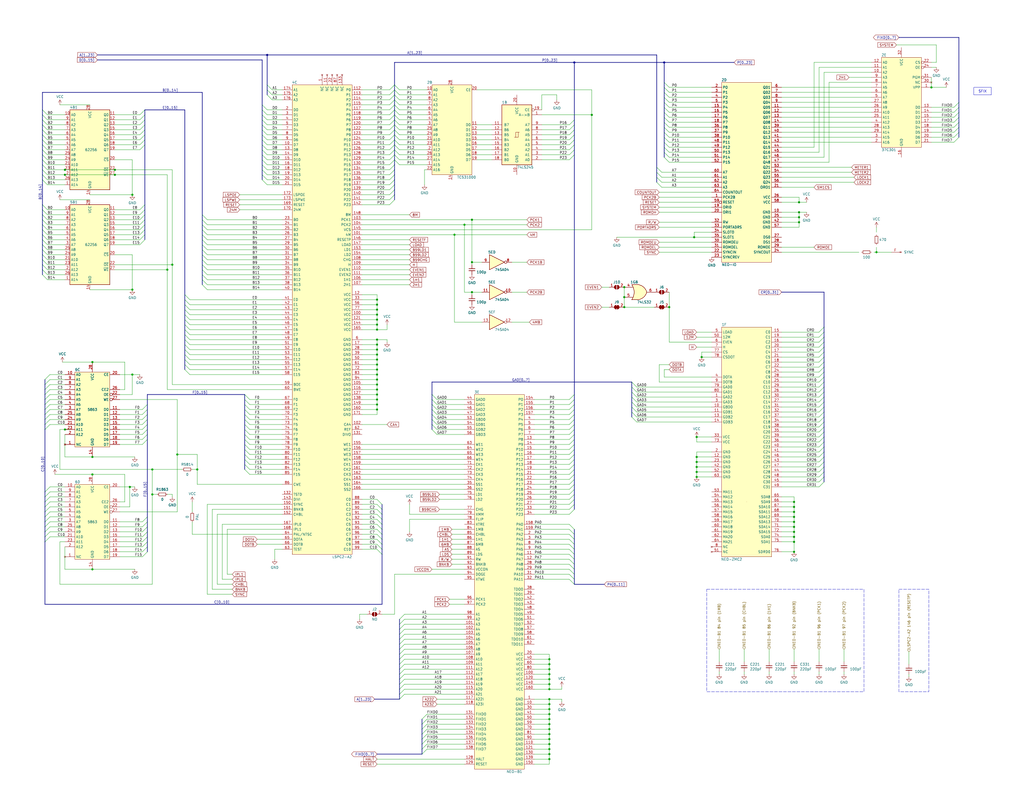
<source format=kicad_sch>
(kicad_sch (version 20230121) (generator eeschema)
  (paper "User" 520.802 409.372)
  (title_block (title "LSPC2-A2") (date "2023-08-15") (company "SNK") (comment 3 "Converted by Frater ") (comment 4 "NEO-GEO MVS MV1F") (comment 9 "https://github.com/Neo-Geo-Hardwares/Schematics-MV1F"))
  (junction (at 445.77 128.27))
  (junction (at 191.77 203.2))
  (junction (at 85.09 137.16))
  (junction (at 191.77 208.28))
  (junction (at 191.77 190.5))
  (junction (at 46.99 289.56))
  (junction (at 66.04 247.65))
  (junction (at 240.03 148.59))
  (junction (at 279.4 363.22))
  (junction (at 279.4 358.14))
  (junction (at 354.33 237.49))
  (junction (at 403.86 270.51))
  (junction (at 279.4 340.36))
  (junction (at 406.4 110.49))
  (junction (at 191.77 175.26))
  (junction (at 356.87 181.61))
  (junction (at 191.77 205.74))
  (junction (at 191.77 172.72))
  (junction (at 191.77 185.42))
  (junction (at 279.4 337.82))
  (junction (at 300.99 58.42))
  (junction (at 90.17 231.14))
  (junction (at 191.77 160.02))
  (junction (at 191.77 154.94))
  (junction (at 191.77 200.66))
  (junction (at 403.86 260.35))
  (junction (at 240.03 133.35))
  (junction (at 317.5 146.05))
  (junction (at 354.33 234.95))
  (junction (at 403.86 257.81))
  (junction (at 279.4 373.38))
  (junction (at 403.86 273.05))
  (junction (at 279.4 365.76))
  (junction (at 236.22 114.3))
  (junction (at 403.86 275.59))
  (junction (at 403.86 267.97))
  (junction (at 191.77 195.58))
  (junction (at 135.89 27.94))
  (junction (at 33.02 218.44))
  (junction (at 279.4 350.52))
  (junction (at 403.86 265.43))
  (junction (at 317.5 156.21))
  (junction (at 87.63 134.62))
  (junction (at 46.99 184.15))
  (junction (at 231.14 119.38))
  (junction (at 191.77 198.12))
  (junction (at 67.31 99.06))
  (junction (at 100.33 238.76))
  (junction (at 279.4 335.28))
  (junction (at 191.77 157.48))
  (junction (at 353.06 120.65))
  (junction (at 46.99 241.3))
  (junction (at 279.4 381))
  (junction (at 191.77 182.88))
  (junction (at 406.4 113.03))
  (junction (at 406.4 102.87))
  (junction (at 77.47 238.76))
  (junction (at 279.4 386.08))
  (junction (at 58.42 86.36))
  (junction (at 279.4 360.68))
  (junction (at 279.4 383.54))
  (junction (at 58.42 88.9))
  (junction (at 317.5 151.13))
  (junction (at 403.86 280.67))
  (junction (at 191.77 187.96))
  (junction (at 191.77 152.4))
  (junction (at 403.86 262.89))
  (junction (at 340.36 156.21))
  (junction (at 33.02 88.9))
  (junction (at 279.4 347.98))
  (junction (at 33.02 86.36))
  (junction (at 406.4 107.95))
  (junction (at 337.82 31.75))
  (junction (at 354.33 242.57))
  (junction (at 279.4 355.6))
  (junction (at 240.03 111.76))
  (junction (at 67.31 147.32))
  (junction (at 191.77 162.56))
  (junction (at 279.4 378.46))
  (junction (at 292.1 31.75))
  (junction (at 279.4 345.44))
  (junction (at 191.77 167.64))
  (junction (at 279.4 375.92))
  (junction (at 473.71 44.45))
  (junction (at 279.4 368.3))
  (junction (at 46.99 232.41))
  (junction (at 191.77 177.8))
  (junction (at 279.4 342.9))
  (junction (at 77.47 251.46))
  (junction (at 191.77 165.1))
  (junction (at 354.33 240.03))
  (junction (at 67.31 190.5))
  (junction (at 191.77 180.34))
  (junction (at 354.33 232.41))
  (junction (at 403.86 255.27))
  (junction (at 279.4 370.84))
  (junction (at 191.77 193.04))
  (junction (at 354.33 222.25))
  (bus_entry (at 203.2 63.5) (size -2.54 -2.54))
  (bus_entry (at 124.46 233.68) (size 2.54 2.54))
  (bus_entry (at 203.2 355.6) (size 2.54 -2.54))
  (bus_entry (at 203.2 53.34) (size -2.54 -2.54))
  (bus_entry (at 292.1 287.02) (size -2.54 -2.54))
  (bus_entry (at 289.56 241.3) (size 2.54 -2.54))
  (bus_entry (at 487.68 69.85) (size -2.54 2.54))
  (bus_entry (at 292.1 294.64) (size -2.54 -2.54))
  (bus_entry (at 214.63 365.76) (size 2.54 -2.54))
  (bus_entry (at 102.87 116.84) (size 2.54 2.54))
  (bus_entry (at 289.56 226.06) (size 2.54 -2.54))
  (bus_entry (at 419.1 222.25) (size -2.54 2.54))
  (bus_entry (at 133.35 78.74) (size 2.54 2.54))
  (bus_entry (at 135.89 48.26) (size 2.54 2.54))
  (bus_entry (at 214.63 368.3) (size 2.54 -2.54))
  (bus_entry (at 133.35 71.12) (size 2.54 2.54))
  (bus_entry (at 203.2 78.74) (size -2.54 -2.54))
  (bus_entry (at 292.1 241.3) (size -2.54 2.54))
  (bus_entry (at 419.1 224.79) (size -2.54 2.54))
  (bus_entry (at 73.66 58.42) (size -2.54 2.54))
  (bus_entry (at 219.71 200.66) (size 2.54 2.54))
  (bus_entry (at 334.01 87.63) (size 2.54 2.54))
  (bus_entry (at 203.2 55.88) (size -2.54 -2.54))
  (bus_entry (at 21.59 137.16) (size 2.54 2.54))
  (bus_entry (at 73.66 104.14) (size -2.54 2.54))
  (bus_entry (at 133.35 63.5) (size 2.54 2.54))
  (bus_entry (at 93.98 185.42) (size 2.54 2.54))
  (bus_entry (at 22.86 265.43) (size 2.54 -2.54))
  (bus_entry (at 74.93 205.74) (size -2.54 2.54))
  (bus_entry (at 73.66 109.22) (size -2.54 2.54))
  (bus_entry (at 337.82 80.01) (size 2.54 2.54))
  (bus_entry (at 487.68 54.61) (size -2.54 2.54))
  (bus_entry (at 124.46 210.82) (size 2.54 2.54))
  (bus_entry (at 321.31 204.47) (size 2.54 2.54))
  (bus_entry (at 133.35 68.58) (size 2.54 2.54))
  (bus_entry (at 321.31 207.01) (size 2.54 2.54))
  (bus_entry (at 419.1 181.61) (size -2.54 2.54))
  (bus_entry (at 292.1 246.38) (size -2.54 2.54))
  (bus_entry (at 21.59 76.2) (size 2.54 2.54))
  (bus_entry (at 419.1 240.03) (size -2.54 2.54))
  (bus_entry (at 194.31 269.24) (size -2.54 -2.54))
  (bus_entry (at 289.56 220.98) (size 2.54 -2.54))
  (bus_entry (at 21.59 88.9) (size 2.54 2.54))
  (bus_entry (at 21.59 55.88) (size 2.54 2.54))
  (bus_entry (at 73.66 60.96) (size -2.54 2.54))
  (bus_entry (at 22.86 193.04) (size 2.54 -2.54))
  (bus_entry (at 93.98 167.64) (size 2.54 2.54))
  (bus_entry (at 194.31 274.32) (size -2.54 -2.54))
  (bus_entry (at 487.68 52.07) (size -2.54 2.54))
  (bus_entry (at 219.71 203.2) (size 2.54 2.54))
  (bus_entry (at 21.59 132.08) (size 2.54 2.54))
  (bus_entry (at 21.59 106.68) (size 2.54 2.54))
  (bus_entry (at 102.87 119.38) (size 2.54 2.54))
  (bus_entry (at 289.56 228.6) (size 2.54 -2.54))
  (bus_entry (at 22.86 262.89) (size 2.54 -2.54))
  (bus_entry (at 93.98 160.02) (size 2.54 2.54))
  (bus_entry (at 419.1 245.11) (size -2.54 2.54))
  (bus_entry (at 124.46 231.14) (size 2.54 2.54))
  (bus_entry (at 337.82 72.39) (size 2.54 2.54))
  (bus_entry (at 203.2 45.72) (size -2.54 -2.54))
  (bus_entry (at 102.87 121.92) (size 2.54 2.54))
  (bus_entry (at 133.35 86.36) (size 2.54 2.54))
  (bus_entry (at 21.59 121.92) (size 2.54 2.54))
  (bus_entry (at 203.2 330.2) (size 2.54 -2.54))
  (bus_entry (at 93.98 152.4) (size 2.54 2.54))
  (bus_entry (at 102.87 132.08) (size 2.54 2.54))
  (bus_entry (at 22.86 208.28) (size 2.54 -2.54))
  (bus_entry (at 21.59 66.04) (size 2.54 2.54))
  (bus_entry (at 292.1 256.54) (size -2.54 2.54))
  (bus_entry (at 21.59 114.3) (size 2.54 2.54))
  (bus_entry (at 289.56 238.76) (size 2.54 -2.54))
  (bus_entry (at 292.1 251.46) (size -2.54 2.54))
  (bus_entry (at 203.2 325.12) (size 2.54 -2.54))
  (bus_entry (at 292.1 289.56) (size -2.54 -2.54))
  (bus_entry (at 198.12 71.12) (size 2.54 -2.54))
  (bus_entry (at 21.59 63.5) (size 2.54 2.54))
  (bus_entry (at 22.86 275.59) (size 2.54 -2.54))
  (bus_entry (at 22.86 210.82) (size 2.54 -2.54))
  (bus_entry (at 321.31 201.93) (size 2.54 2.54))
  (bus_entry (at 133.35 53.34) (size 2.54 2.54))
  (bus_entry (at 289.56 208.28) (size 2.54 -2.54))
  (bus_entry (at 419.1 232.41) (size -2.54 2.54))
  (bus_entry (at 419.1 199.39) (size -2.54 2.54))
  (bus_entry (at 203.2 317.5) (size 2.54 -2.54))
  (bus_entry (at 74.93 273.05) (size -2.54 2.54))
  (bus_entry (at 203.2 332.74) (size 2.54 -2.54))
  (bus_entry (at 289.56 203.2) (size 2.54 -2.54))
  (bus_entry (at 219.71 213.36) (size 2.54 2.54))
  (bus_entry (at 74.93 280.67) (size -2.54 2.54))
  (bus_entry (at 200.66 43.18) (size -2.54 2.54))
  (bus_entry (at 334.01 90.17) (size 2.54 2.54))
  (bus_entry (at 289.56 205.74) (size 2.54 -2.54))
  (bus_entry (at 21.59 81.28) (size 2.54 2.54))
  (bus_entry (at 289.56 213.36) (size 2.54 -2.54))
  (bus_entry (at 337.82 41.91) (size 2.54 2.54))
  (bus_entry (at 487.68 67.31) (size -2.54 2.54))
  (bus_entry (at 21.59 104.14) (size 2.54 2.54))
  (bus_entry (at 74.93 270.51) (size -2.54 2.54))
  (bus_entry (at 194.31 281.94) (size -2.54 -2.54))
  (bus_entry (at 419.1 234.95) (size -2.54 2.54))
  (bus_entry (at 21.59 111.76) (size 2.54 2.54))
  (bus_entry (at 102.87 127) (size 2.54 2.54))
  (bus_entry (at 194.31 256.54) (size -2.54 -2.54))
  (bus_entry (at 419.1 194.31) (size -2.54 2.54))
  (bus_entry (at 93.98 165.1) (size 2.54 2.54))
  (bus_entry (at 22.86 257.81) (size 2.54 -2.54))
  (bus_entry (at 292.1 66.04) (size -2.54 2.54))
  (bus_entry (at 133.35 66.04) (size 2.54 2.54))
  (bus_entry (at 219.71 218.44) (size 2.54 2.54))
  (bus_entry (at 194.31 276.86) (size -2.54 -2.54))
  (bus_entry (at 93.98 177.8) (size 2.54 2.54))
  (bus_entry (at 219.71 210.82) (size 2.54 2.54))
  (bus_entry (at 337.82 64.77) (size 2.54 2.54))
  (bus_entry (at 292.1 248.92) (size -2.54 2.54))
  (bus_entry (at 203.2 60.96) (size -2.54 -2.54))
  (bus_entry (at 292.1 63.5) (size -2.54 2.54))
  (bus_entry (at 198.12 101.6) (size 2.54 -2.54))
  (bus_entry (at 93.98 162.56) (size 2.54 2.54))
  (bus_entry (at 419.1 176.53) (size -2.54 2.54))
  (bus_entry (at 419.1 214.63) (size -2.54 2.54))
  (bus_entry (at 21.59 116.84) (size 2.54 2.54))
  (bus_entry (at 214.63 375.92) (size 2.54 -2.54))
  (bus_entry (at 419.1 207.01) (size -2.54 2.54))
  (bus_entry (at 337.82 44.45) (size 2.54 2.54))
  (bus_entry (at 22.86 267.97) (size 2.54 -2.54))
  (bus_entry (at 124.46 226.06) (size 2.54 2.54))
  (bus_entry (at 102.87 142.24) (size 2.54 2.54))
  (bus_entry (at 203.2 58.42) (size -2.54 -2.54))
  (bus_entry (at 124.46 203.2) (size 2.54 2.54))
  (bus_entry (at 487.68 57.15) (size -2.54 2.54))
  (bus_entry (at 124.46 213.36) (size 2.54 2.54))
  (bus_entry (at 133.35 55.88) (size 2.54 2.54))
  (bus_entry (at 292.1 76.2) (size -2.54 2.54))
  (bus_entry (at 133.35 83.82) (size 2.54 2.54))
  (bus_entry (at 289.56 210.82) (size 2.54 -2.54))
  (bus_entry (at 135.89 43.18) (size 2.54 2.54))
  (bus_entry (at 419.1 184.15) (size -2.54 2.54))
  (bus_entry (at 124.46 218.44) (size 2.54 2.54))
  (bus_entry (at 21.59 60.96) (size 2.54 2.54))
  (bus_entry (at 419.1 173.99) (size -2.54 2.54))
  (bus_entry (at 337.82 74.93) (size 2.54 2.54))
  (bus_entry (at 203.2 73.66) (size -2.54 -2.54))
  (bus_entry (at 419.1 171.45) (size -2.54 2.54))
  (bus_entry (at 93.98 175.26) (size 2.54 2.54))
  (bus_entry (at 73.66 68.58) (size -2.54 2.54))
  (bus_entry (at 419.1 191.77) (size -2.54 2.54))
  (bus_entry (at 74.93 262.89) (size -2.54 2.54))
  (bus_entry (at 219.71 205.74) (size 2.54 2.54))
  (bus_entry (at 22.86 252.73) (size 2.54 -2.54))
  (bus_entry (at 21.59 68.58) (size 2.54 2.54))
  (bus_entry (at 198.12 88.9) (size 2.54 -2.54))
  (bus_entry (at 93.98 149.86) (size 2.54 2.54))
  (bus_entry (at 93.98 154.94) (size 2.54 2.54))
  (bus_entry (at 292.1 254) (size -2.54 2.54))
  (bus_entry (at 203.2 340.36) (size 2.54 -2.54))
  (bus_entry (at 22.86 215.9) (size 2.54 -2.54))
  (bus_entry (at 203.2 83.82) (size -2.54 -2.54))
  (bus_entry (at 124.46 236.22) (size 2.54 2.54))
  (bus_entry (at 124.46 215.9) (size 2.54 2.54))
  (bus_entry (at 203.2 50.8) (size -2.54 -2.54))
  (bus_entry (at 419.1 242.57) (size -2.54 2.54))
  (bus_entry (at 124.46 223.52) (size 2.54 2.54))
  (bus_entry (at 419.1 209.55) (size -2.54 2.54))
  (bus_entry (at 74.93 267.97) (size -2.54 2.54))
  (bus_entry (at 21.59 78.74) (size 2.54 2.54))
  (bus_entry (at 194.31 271.78) (size -2.54 -2.54))
  (bus_entry (at 419.1 204.47) (size -2.54 2.54))
  (bus_entry (at 198.12 104.14) (size 2.54 -2.54))
  (bus_entry (at 321.31 212.09) (size 2.54 2.54))
  (bus_entry (at 203.2 71.12) (size -2.54 -2.54))
  (bus_entry (at 74.93 278.13) (size -2.54 2.54))
  (bus_entry (at 203.2 353.06) (size 2.54 -2.54))
  (bus_entry (at 22.86 250.19) (size 2.54 -2.54))
  (bus_entry (at 93.98 187.96) (size 2.54 2.54))
  (bus_entry (at 289.56 215.9) (size 2.54 -2.54))
  (bus_entry (at 289.56 218.44) (size 2.54 -2.54))
  (bus_entry (at 133.35 60.96) (size 2.54 2.54))
  (bus_entry (at 203.2 347.98) (size 2.54 -2.54))
  (bus_entry (at 124.46 205.74) (size 2.54 2.54))
  (bus_entry (at 74.93 218.44) (size -2.54 2.54))
  (bus_entry (at 73.66 66.04) (size -2.54 2.54))
  (bus_entry (at 93.98 172.72) (size 2.54 2.54))
  (bus_entry (at 419.1 237.49) (size -2.54 2.54))
  (bus_entry (at 73.66 119.38) (size -2.54 2.54))
  (bus_entry (at 203.2 48.26) (size -2.54 -2.54))
  (bus_entry (at 102.87 111.76) (size 2.54 2.54))
  (bus_entry (at 73.66 71.12) (size -2.54 2.54))
  (bus_entry (at 419.1 219.71) (size -2.54 2.54))
  (bus_entry (at 198.12 83.82) (size 2.54 -2.54))
  (bus_entry (at 214.63 373.38) (size 2.54 -2.54))
  (bus_entry (at 203.2 66.04) (size -2.54 -2.54))
  (bus_entry (at 73.66 116.84) (size -2.54 2.54))
  (bus_entry (at 74.93 215.9) (size -2.54 2.54))
  (bus_entry (at 203.2 76.2) (size -2.54 -2.54))
  (bus_entry (at 203.2 345.44) (size 2.54 -2.54))
  (bus_entry (at 289.56 231.14) (size 2.54 -2.54))
  (bus_entry (at 289.56 223.52) (size 2.54 -2.54))
  (bus_entry (at 22.86 255.27) (size 2.54 -2.54))
  (bus_entry (at 203.2 68.58) (size -2.54 -2.54))
  (bus_entry (at 22.86 218.44) (size 2.54 -2.54))
  (bus_entry (at 200.66 50.8) (size -2.54 2.54))
  (bus_entry (at 198.12 93.98) (size 2.54 -2.54))
  (bus_entry (at 292.1 274.32) (size -2.54 -2.54))
  (bus_entry (at 200.66 53.34) (size -2.54 2.54))
  (bus_entry (at 102.87 129.54) (size 2.54 2.54))
  (bus_entry (at 321.31 196.85) (size 2.54 2.54))
  (bus_entry (at 203.2 335.28) (size 2.54 -2.54))
  (bus_entry (at 198.12 99.06) (size 2.54 -2.54))
  (bus_entry (at 292.1 60.96) (size -2.54 2.54))
  (bus_entry (at 337.82 62.23) (size 2.54 2.54))
  (bus_entry (at 203.2 350.52) (size 2.54 -2.54))
  (bus_entry (at 73.66 63.5) (size -2.54 2.54))
  (bus_entry (at 419.1 227.33) (size -2.54 2.54))
  (bus_entry (at 102.87 134.62) (size 2.54 2.54))
  (bus_entry (at 102.87 109.22) (size 2.54 2.54))
  (bus_entry (at 198.12 96.52) (size 2.54 -2.54))
  (bus_entry (at 337.82 69.85) (size 2.54 2.54))
  (bus_entry (at 194.31 266.7) (size -2.54 -2.54))
  (bus_entry (at 198.12 78.74) (size 2.54 -2.54))
  (bus_entry (at 198.12 86.36) (size 2.54 -2.54))
  (bus_entry (at 135.89 45.72) (size 2.54 2.54))
  (bus_entry (at 337.82 77.47) (size 2.54 2.54))
  (bus_entry (at 337.82 59.69) (size 2.54 2.54))
  (bus_entry (at 419.1 166.37) (size -2.54 2.54))
  (bus_entry (at 292.1 68.58) (size -2.54 2.54))
  (bus_entry (at 337.82 67.31) (size 2.54 2.54))
  (bus_entry (at 334.01 85.09) (size 2.54 2.54))
  (bus_entry (at 487.68 59.69) (size -2.54 2.54))
  (bus_entry (at 203.2 342.9) (size 2.54 -2.54))
  (bus_entry (at 21.59 129.54) (size 2.54 2.54))
  (bus_entry (at 292.1 271.78) (size -2.54 -2.54))
  (bus_entry (at 194.31 264.16) (size -2.54 -2.54))
  (bus_entry (at 337.82 46.99) (size 2.54 2.54))
  (bus_entry (at 22.86 260.35) (size 2.54 -2.54))
  (bus_entry (at 419.1 196.85) (size -2.54 2.54))
  (bus_entry (at 102.87 137.16) (size 2.54 2.54))
  (bus_entry (at 74.93 208.28) (size -2.54 2.54))
  (bus_entry (at 419.1 201.93) (size -2.54 2.54))
  (bus_entry (at 419.1 229.87) (size -2.54 2.54))
  (bus_entry (at 289.56 233.68) (size 2.54 -2.54))
  (bus_entry (at 21.59 91.44) (size 2.54 2.54))
  (bus_entry (at 487.68 62.23) (size -2.54 2.54))
  (bus_entry (at 21.59 73.66) (size 2.54 2.54))
  (bus_entry (at 133.35 76.2) (size 2.54 2.54))
  (bus_entry (at 219.71 215.9) (size 2.54 2.54))
  (bus_entry (at 21.59 83.82) (size 2.54 2.54))
  (bus_entry (at 102.87 124.46) (size 2.54 2.54))
  (bus_entry (at 487.68 64.77) (size -2.54 2.54))
  (bus_entry (at 203.2 320.04) (size 2.54 -2.54))
  (bus_entry (at 22.86 273.05) (size 2.54 -2.54))
  (bus_entry (at 337.82 49.53) (size 2.54 2.54))
  (bus_entry (at 198.12 60.96) (size 2.54 -2.54))
  (bus_entry (at 102.87 114.3) (size 2.54 2.54))
  (bus_entry (at 292.1 71.12) (size -2.54 2.54))
  (bus_entry (at 321.31 209.55) (size 2.54 2.54))
  (bus_entry (at 292.1 297.18) (size -2.54 -2.54))
  (bus_entry (at 419.1 217.17) (size -2.54 2.54))
  (bus_entry (at 203.2 327.66) (size 2.54 -2.54))
  (bus_entry (at 73.66 73.66) (size -2.54 2.54))
  (bus_entry (at 21.59 119.38) (size 2.54 2.54))
  (bus_entry (at 21.59 124.46) (size 2.54 2.54))
  (bus_entry (at 21.59 127) (size 2.54 2.54))
  (bus_entry (at 73.66 106.68) (size -2.54 2.54))
  (bus_entry (at 194.31 261.62) (size -2.54 -2.54))
  (bus_entry (at 198.12 73.66) (size 2.54 -2.54))
  (bus_entry (at 21.59 86.36) (size 2.54 2.54))
  (bus_entry (at 74.93 275.59) (size -2.54 2.54))
  (bus_entry (at 419.1 168.91) (size -2.54 2.54))
  (bus_entry (at 292.1 292.1) (size -2.54 -2.54))
  (bus_entry (at 200.66 45.72) (size -2.54 2.54))
  (bus_entry (at 74.93 220.98) (size -2.54 2.54))
  (bus_entry (at 321.31 194.31) (size 2.54 2.54))
  (bus_entry (at 74.93 223.52) (size -2.54 2.54))
  (bus_entry (at 124.46 220.98) (size 2.54 2.54))
  (bus_entry (at 22.86 213.36) (size 2.54 -2.54))
  (bus_entry (at 198.12 91.44) (size 2.54 -2.54))
  (bus_entry (at 214.63 381) (size 2.54 -2.54))
  (bus_entry (at 334.01 92.71) (size 2.54 2.54))
  (bus_entry (at 133.35 91.44) (size 2.54 2.54))
  (bus_entry (at 73.66 121.92) (size -2.54 2.54))
  (bus_entry (at 337.82 52.07) (size 2.54 2.54))
  (bus_entry (at 124.46 200.66) (size 2.54 2.54))
  (bus_entry (at 214.63 370.84) (size 2.54 -2.54))
  (bus_entry (at 21.59 109.22) (size 2.54 2.54))
  (bus_entry (at 337.82 57.15) (size 2.54 2.54))
  (bus_entry (at 93.98 180.34) (size 2.54 2.54))
  (bus_entry (at 200.66 48.26) (size -2.54 2.54))
  (bus_entry (at 214.63 383.54) (size 2.54 -2.54))
  (bus_entry (at 419.1 179.07) (size -2.54 2.54))
  (bus_entry (at 198.12 76.2) (size 2.54 -2.54))
  (bus_entry (at 21.59 139.7) (size 2.54 2.54))
  (bus_entry (at 22.86 200.66) (size 2.54 -2.54))
  (bus_entry (at 73.66 111.76) (size -2.54 2.54))
  (bus_entry (at 292.1 281.94) (size -2.54 -2.54))
  (bus_entry (at 102.87 139.7) (size 2.54 2.54))
  (bus_entry (at 74.93 213.36) (size -2.54 2.54))
  (bus_entry (at 292.1 279.4) (size -2.54 -2.54))
  (bus_entry (at 337.82 54.61) (size 2.54 2.54))
  (bus_entry (at 198.12 63.5) (size 2.54 -2.54))
  (bus_entry (at 133.35 81.28) (size 2.54 2.54))
  (bus_entry (at 203.2 322.58) (size 2.54 -2.54))
  (bus_entry (at 419.1 212.09) (size -2.54 2.54))
  (bus_entry (at 93.98 170.18) (size 2.54 2.54))
  (bus_entry (at 102.87 144.78) (size 2.54 2.54))
  (bus_entry (at 22.86 205.74) (size 2.54 -2.54))
  (bus_entry (at 419.1 186.69) (size -2.54 2.54))
  (bus_entry (at 292.1 276.86) (size -2.54 -2.54))
  (bus_entry (at 73.66 114.3) (size -2.54 2.54))
  (bus_entry (at 203.2 337.82) (size 2.54 -2.54))
  (bus_entry (at 93.98 157.48) (size 2.54 2.54))
  (bus_entry (at 22.86 195.58) (size 2.54 -2.54))
  (bus_entry (at 292.1 243.84) (size -2.54 2.54))
  (bus_entry (at 289.56 236.22) (size 2.54 -2.54))
  (bus_entry (at 419.1 189.23) (size -2.54 2.54))
  (bus_entry (at 21.59 58.42) (size 2.54 2.54))
  (bus_entry (at 321.31 199.39) (size 2.54 2.54))
  (bus_entry (at 292.1 73.66) (size -2.54 2.54))
  (bus_entry (at 194.31 259.08) (size -2.54 -2.54))
  (bus_entry (at 292.1 78.74) (size -2.54 2.54))
  (bus_entry (at 73.66 55.88) (size -2.54 2.54))
  (bus_entry (at 219.71 208.28) (size 2.54 2.54))
  (bus_entry (at 292.1 259.08) (size -2.54 2.54))
  (bus_entry (at 214.63 378.46) (size 2.54 -2.54))
  (bus_entry (at 93.98 182.88) (size 2.54 2.54))
  (bus_entry (at 74.93 265.43) (size -2.54 2.54))
  (bus_entry (at 21.59 71.12) (size 2.54 2.54))
  (bus_entry (at 203.2 314.96) (size 2.54 -2.54))
  (bus_entry (at 198.12 58.42) (size 2.54 -2.54))
  (bus_entry (at 22.86 198.12) (size 2.54 -2.54))
  (bus_entry (at 194.31 279.4) (size -2.54 -2.54))
  (bus_entry (at 22.86 203.2) (size 2.54 -2.54))
  (bus_entry (at 124.46 238.76) (size 2.54 2.54))
  (bus_entry (at 133.35 58.42) (size 2.54 2.54))
  (bus_entry (at 21.59 134.62) (size 2.54 2.54))
  (bus_entry (at 198.12 66.04) (size 2.54 -2.54))
  (bus_entry (at 198.12 68.58) (size 2.54 -2.54))
  (bus_entry (at 124.46 208.28) (size 2.54 2.54))
  (bus_entry (at 133.35 88.9) (size 2.54 2.54))
  (bus_entry (at 198.12 81.28) (size 2.54 -2.54))
  (bus_entry (at 124.46 228.6) (size 2.54 2.54))
  (bus_entry (at 22.86 270.51) (size 2.54 -2.54))
  (bus_entry (at 203.2 81.28) (size -2.54 -2.54))
  (bus_entry (at 292.1 269.24) (size -2.54 -2.54))
  (bus_entry (at 292.1 284.48) (size -2.54 -2.54))
  (bus_entry (at 74.93 210.82) (size -2.54 2.54))
  (bus_entry (at 133.35 73.66) (size 2.54 2.54))
  (wire (pts (xy 279.4 355.6) (xy 279.4 358.14)))
  (bus (pts (xy 191.77 383.54) (xy 214.63 383.54)))
  (bus (pts (xy 292.1 68.58) (xy 292.1 71.12)))
  (wire (pts (xy 323.85 199.39) (xy 361.95 199.39)))
  (wire (pts (xy 105.41 137.16) (xy 143.51 137.16)))
  (wire (pts (xy 279.4 337.82) (xy 279.4 340.36)))
  (wire (pts (xy 279.4 370.84) (xy 279.4 373.38)))
  (wire (pts (xy 240.03 133.35) (xy 240.03 111.76)))
  (bus (pts (xy 93.98 165.1) (xy 93.98 167.64)))
  (wire (pts (xy 217.17 381) (xy 236.22 381)))
  (wire (pts (xy 203.2 73.66) (xy 217.17 73.66)))
  (wire (pts (xy 353.06 120.65) (xy 361.95 120.65)))
  (wire (pts (xy 184.15 93.98) (xy 198.12 93.98)))
  (wire (pts (xy 118.11 297.18) (xy 110.49 297.18)))
  (bus (pts (xy 419.1 189.23) (xy 419.1 191.77)))
  (wire (pts (xy 127 213.36) (xy 143.51 213.36)))
  (wire (pts (xy 378.46 341.63) (xy 378.46 342.9)))
  (bus (pts (xy 334.01 85.09) (xy 334.01 87.63)))
  (wire (pts (xy 354.33 234.95) (xy 361.95 234.95)))
  (bus (pts (xy 21.59 63.5) (xy 21.59 60.96)))
  (wire (pts (xy 289.56 226.06) (xy 271.78 226.06)))
  (wire (pts (xy 416.56 34.29) (xy 443.23 34.29)))
  (wire (pts (xy 184.15 187.96) (xy 191.77 187.96)))
  (wire (pts (xy 240.03 148.59) (xy 236.22 148.59)))
  (bus (pts (xy 74.93 267.97) (xy 74.93 265.43)))
  (wire (pts (xy 24.13 76.2) (xy 33.02 76.2)))
  (wire (pts (xy 397.51 234.95) (xy 416.56 234.95)))
  (wire (pts (xy 356.87 179.07) (xy 356.87 181.61)))
  (wire (pts (xy 135.89 66.04) (xy 143.51 66.04)))
  (bus (pts (xy 292.1 31.75) (xy 337.82 31.75)))
  (wire (pts (xy 275.59 71.12) (xy 289.56 71.12)))
  (bus (pts (xy 200.66 63.5) (xy 200.66 60.96)))
  (wire (pts (xy 191.77 160.02) (xy 191.77 162.56)))
  (wire (pts (xy 361.95 224.79) (xy 354.33 224.79)))
  (bus (pts (xy 203.2 332.74) (xy 203.2 335.28)))
  (bus (pts (xy 292.1 246.38) (xy 292.1 248.92)))
  (bus (pts (xy 73.66 66.04) (xy 73.66 63.5)))
  (wire (pts (xy 25.4 260.35) (xy 33.02 260.35)))
  (wire (pts (xy 271.78 236.22) (xy 289.56 236.22)))
  (wire (pts (xy 229.87 281.94) (xy 236.22 281.94)))
  (wire (pts (xy 397.51 107.95) (xy 406.4 107.95)))
  (wire (pts (xy 203.2 81.28) (xy 217.17 81.28)))
  (wire (pts (xy 203.2 78.74) (xy 217.17 78.74)))
  (wire (pts (xy 231.14 163.83) (xy 231.14 119.38)))
  (wire (pts (xy 271.78 355.6) (xy 279.4 355.6)))
  (wire (pts (xy 87.63 86.36) (xy 87.63 134.62)))
  (bus (pts (xy 74.93 213.36) (xy 74.93 210.82)))
  (wire (pts (xy 397.51 69.85) (xy 443.23 69.85)))
  (wire (pts (xy 135.89 88.9) (xy 143.51 88.9)))
  (wire (pts (xy 236.22 264.16) (xy 208.28 264.16)))
  (wire (pts (xy 397.51 204.47) (xy 416.56 204.47)))
  (wire (pts (xy 340.36 82.55) (xy 361.95 82.55)))
  (wire (pts (xy 58.42 109.22) (xy 71.12 109.22)))
  (wire (pts (xy 445.77 125.73) (xy 445.77 128.27)))
  (wire (pts (xy 60.96 215.9) (xy 72.39 215.9)))
  (bus (pts (xy 292.1 63.5) (xy 292.1 66.04)))
  (bus (pts (xy 74.93 262.89) (xy 74.93 223.52)))
  (bus (pts (xy 419.1 168.91) (xy 419.1 171.45)))
  (wire (pts (xy 191.77 180.34) (xy 191.77 182.88)))
  (wire (pts (xy 184.15 114.3) (xy 236.22 114.3)))
  (bus (pts (xy 292.1 251.46) (xy 292.1 254)))
  (bus (pts (xy 93.98 182.88) (xy 93.98 185.42)))
  (bus (pts (xy 22.86 307.34) (xy 194.31 307.34)))
  (wire (pts (xy 275.59 66.04) (xy 289.56 66.04)))
  (bus (pts (xy 74.93 270.51) (xy 74.93 267.97)))
  (wire (pts (xy 110.49 261.62) (xy 143.51 261.62)))
  (wire (pts (xy 25.4 213.36) (xy 33.02 213.36)))
  (bus (pts (xy 21.59 139.7) (xy 21.59 137.16)))
  (wire (pts (xy 184.15 256.54) (xy 191.77 256.54)))
  (wire (pts (xy 397.51 72.39) (xy 443.23 72.39)))
  (bus (pts (xy 73.66 73.66) (xy 73.66 71.12)))
  (wire (pts (xy 222.25 358.14) (xy 236.22 358.14)))
  (bus (pts (xy 73.66 114.3) (xy 73.66 111.76)))
  (wire (pts (xy 191.77 386.08) (xy 236.22 386.08)))
  (wire (pts (xy 361.95 229.87) (xy 354.33 229.87)))
  (wire (pts (xy 271.78 342.9) (xy 279.4 342.9)))
  (bus (pts (xy 74.93 210.82) (xy 74.93 208.28)))
  (wire (pts (xy 191.77 175.26) (xy 191.77 177.8)))
  (wire (pts (xy 410.21 107.95) (xy 406.4 107.95)))
  (wire (pts (xy 184.15 73.66) (xy 198.12 73.66)))
  (bus (pts (xy 200.66 73.66) (xy 200.66 71.12)))
  (bus (pts (xy 22.86 215.9) (xy 22.86 218.44)))
  (wire (pts (xy 105.41 119.38) (xy 143.51 119.38)))
  (bus (pts (xy 74.93 208.28) (xy 74.93 205.74)))
  (wire (pts (xy 85.09 137.16) (xy 85.09 198.12)))
  (bus (pts (xy 194.31 271.78) (xy 194.31 274.32)))
  (wire (pts (xy 205.74 327.66) (xy 236.22 327.66)))
  (wire (pts (xy 203.2 83.82) (xy 217.17 83.82)))
  (wire (pts (xy 25.4 203.2) (xy 33.02 203.2)))
  (wire (pts (xy 205.74 320.04) (xy 236.22 320.04)))
  (wire (pts (xy 191.77 172.72) (xy 196.85 172.72)))
  (wire (pts (xy 60.96 278.13) (xy 72.39 278.13)))
  (wire (pts (xy 121.92 101.6) (xy 143.51 101.6)))
  (wire (pts (xy 397.51 199.39) (xy 416.56 199.39)))
  (bus (pts (xy 337.82 44.45) (xy 337.82 46.99)))
  (wire (pts (xy 105.41 132.08) (xy 143.51 132.08)))
  (wire (pts (xy 222.25 208.28) (xy 236.22 208.28)))
  (wire (pts (xy 60.96 255.27) (xy 63.5 255.27)))
  (wire (pts (xy 340.36 64.77) (xy 361.95 64.77)))
  (bus (pts (xy 21.59 109.22) (xy 21.59 106.68)))
  (wire (pts (xy 397.51 242.57) (xy 416.56 242.57)))
  (wire (pts (xy 105.41 256.54) (xy 143.51 256.54)))
  (wire (pts (xy 275.59 73.66) (xy 289.56 73.66)))
  (wire (pts (xy 236.22 148.59) (xy 236.22 114.3)))
  (wire (pts (xy 97.79 265.43) (xy 97.79 271.78)))
  (wire (pts (xy 271.78 365.76) (xy 279.4 365.76)))
  (wire (pts (xy 113.03 266.7) (xy 143.51 266.7)))
  (bus (pts (xy 133.35 86.36) (xy 133.35 88.9)))
  (bus (pts (xy 419.1 191.77) (xy 419.1 194.31)))
  (wire (pts (xy 406.4 113.03) (xy 406.4 115.57)))
  (wire (pts (xy 205.74 345.44) (xy 236.22 345.44)))
  (wire (pts (xy 135.89 71.12) (xy 143.51 71.12)))
  (wire (pts (xy 184.15 116.84) (xy 300.99 116.84)))
  (bus (pts (xy 22.86 250.19) (xy 22.86 252.73)))
  (wire (pts (xy 184.15 76.2) (xy 198.12 76.2)))
  (bus (pts (xy 200.66 43.18) (xy 200.66 31.75)))
  (bus (pts (xy 487.68 69.85) (xy 487.68 67.31)))
  (bus (pts (xy 292.1 31.75) (xy 292.1 60.96)))
  (bus (pts (xy 419.1 229.87) (xy 419.1 232.41)))
  (bus (pts (xy 292.1 226.06) (xy 292.1 228.6)))
  (wire (pts (xy 240.03 134.62) (xy 240.03 133.35)))
  (wire (pts (xy 184.15 231.14) (xy 236.22 231.14)))
  (wire (pts (xy 271.78 294.64) (xy 289.56 294.64)))
  (wire (pts (xy 127 228.6) (xy 143.51 228.6)))
  (bus (pts (xy 74.93 278.13) (xy 74.93 275.59)))
  (wire (pts (xy 203.2 76.2) (xy 217.17 76.2)))
  (wire (pts (xy 33.02 289.56) (xy 46.99 289.56)))
  (bus (pts (xy 21.59 76.2) (xy 21.59 73.66)))
  (bus (pts (xy 73.66 60.96) (xy 73.66 58.42)))
  (wire (pts (xy 309.88 146.05) (xy 306.07 146.05)))
  (wire (pts (xy 182.88 312.42) (xy 182.88 314.96)))
  (wire (pts (xy 60.96 275.59) (xy 72.39 275.59)))
  (wire (pts (xy 24.13 119.38) (xy 33.02 119.38)))
  (wire (pts (xy 397.51 237.49) (xy 416.56 237.49)))
  (bus (pts (xy 21.59 58.42) (xy 21.59 55.88)))
  (wire (pts (xy 340.36 173.99) (xy 361.95 173.99)))
  (wire (pts (xy 473.71 62.23) (xy 485.14 62.23)))
  (wire (pts (xy 24.13 88.9) (xy 33.02 88.9)))
  (wire (pts (xy 397.51 95.25) (xy 414.02 95.25)))
  (wire (pts (xy 184.15 236.22) (xy 236.22 236.22)))
  (wire (pts (xy 361.95 179.07) (xy 356.87 179.07)))
  (bus (pts (xy 102.87 139.7) (xy 102.87 142.24)))
  (wire (pts (xy 25.4 262.89) (xy 33.02 262.89)))
  (wire (pts (xy 184.15 274.32) (xy 191.77 274.32)))
  (bus (pts (xy 22.86 265.43) (xy 22.86 267.97)))
  (bus (pts (xy 102.87 129.54) (xy 102.87 132.08)))
  (wire (pts (xy 445.77 115.57) (xy 445.77 118.11)))
  (wire (pts (xy 60.96 220.98) (xy 72.39 220.98)))
  (bus (pts (xy 102.87 134.62) (xy 102.87 137.16)))
  (wire (pts (xy 271.78 386.08) (xy 279.4 386.08)))
  (wire (pts (xy 462.28 342.9) (xy 462.28 344.17)))
  (wire (pts (xy 397.51 191.77) (xy 416.56 191.77)))
  (wire (pts (xy 60.96 223.52) (xy 72.39 223.52)))
  (wire (pts (xy 279.4 347.98) (xy 279.4 350.52)))
  (bus (pts (xy 74.93 218.44) (xy 74.93 215.9)))
  (wire (pts (xy 397.51 280.67) (xy 403.86 280.67)))
  (bus (pts (xy 21.59 91.44) (xy 21.59 88.9)))
  (wire (pts (xy 397.51 240.03) (xy 416.56 240.03)))
  (bus (pts (xy 337.82 62.23) (xy 337.82 64.77)))
  (wire (pts (xy 271.78 360.68) (xy 279.4 360.68)))
  (wire (pts (xy 271.78 259.08) (xy 289.56 259.08)))
  (bus (pts (xy 22.86 203.2) (xy 22.86 205.74)))
  (wire (pts (xy 283.21 48.26) (xy 283.21 50.8)))
  (wire (pts (xy 184.15 261.62) (xy 191.77 261.62)))
  (wire (pts (xy 184.15 175.26) (xy 191.77 175.26)))
  (bus (pts (xy 487.68 54.61) (xy 487.68 52.07)))
  (bus (pts (xy 102.87 142.24) (xy 102.87 144.78)))
  (bus (pts (xy 194.31 281.94) (xy 194.31 307.34)))
  (wire (pts (xy 245.11 133.35) (xy 240.03 133.35)))
  (wire (pts (xy 186.69 312.42) (xy 182.88 312.42)))
  (wire (pts (xy 33.02 218.44) (xy 35.56 218.44)))
  (wire (pts (xy 242.57 71.12) (xy 250.19 71.12)))
  (wire (pts (xy 46.99 184.15) (xy 63.5 184.15)))
  (bus (pts (xy 22.86 273.05) (xy 22.86 275.59)))
  (bus (pts (xy 21.59 137.16) (xy 21.59 134.62)))
  (wire (pts (xy 127 218.44) (xy 143.51 218.44)))
  (wire (pts (xy 184.15 68.58) (xy 198.12 68.58)))
  (wire (pts (xy 354.33 240.03) (xy 361.95 240.03)))
  (bus (pts (xy 292.1 256.54) (xy 292.1 259.08)))
  (wire (pts (xy 191.77 193.04) (xy 191.77 195.58)))
  (wire (pts (xy 184.15 50.8) (xy 198.12 50.8)))
  (bus (pts (xy 419.1 234.95) (xy 419.1 237.49)))
  (wire (pts (xy 130.81 276.86) (xy 143.51 276.86)))
  (wire (pts (xy 127 220.98) (xy 143.51 220.98)))
  (wire (pts (xy 135.89 93.98) (xy 143.51 93.98)))
  (wire (pts (xy 184.15 81.28) (xy 198.12 81.28)))
  (wire (pts (xy 397.51 224.79) (xy 416.56 224.79)))
  (bus (pts (xy 337.82 72.39) (xy 337.82 74.93)))
  (wire (pts (xy 397.51 64.77) (xy 443.23 64.77)))
  (wire (pts (xy 397.51 273.05) (xy 403.86 273.05)))
  (wire (pts (xy 25.4 205.74) (xy 33.02 205.74)))
  (wire (pts (xy 33.02 278.13) (xy 33.02 289.56)))
  (wire (pts (xy 24.13 137.16) (xy 33.02 137.16)))
  (wire (pts (xy 271.78 370.84) (xy 279.4 370.84)))
  (bus (pts (xy 292.1 294.64) (xy 292.1 297.18)))
  (wire (pts (xy 127 238.76) (xy 143.51 238.76)))
  (wire (pts (xy 60.96 208.28) (xy 72.39 208.28)))
  (bus (pts (xy 219.71 213.36) (xy 219.71 210.82)))
  (wire (pts (xy 403.86 262.89) (xy 403.86 265.43)))
  (bus (pts (xy 200.66 99.06) (xy 200.66 96.52)))
  (wire (pts (xy 24.13 106.68) (xy 33.02 106.68)))
  (bus (pts (xy 292.1 73.66) (xy 292.1 76.2)))
  (bus (pts (xy 22.86 218.44) (xy 22.86 250.19)))
  (wire (pts (xy 143.51 195.58) (xy 87.63 195.58)))
  (bus (pts (xy 74.93 223.52) (xy 74.93 220.98)))
  (wire (pts (xy 97.79 238.76) (xy 100.33 238.76)))
  (wire (pts (xy 127 233.68) (xy 143.51 233.68)))
  (bus (pts (xy 214.63 375.92) (xy 214.63 378.46)))
  (wire (pts (xy 24.13 73.66) (xy 33.02 73.66)))
  (wire (pts (xy 121.92 99.06) (xy 143.51 99.06)))
  (wire (pts (xy 397.51 87.63) (xy 433.07 87.63)))
  (bus (pts (xy 337.82 41.91) (xy 337.82 44.45)))
  (wire (pts (xy 279.4 373.38) (xy 279.4 375.92)))
  (bus (pts (xy 93.98 162.56) (xy 93.98 165.1)))
  (wire (pts (xy 184.15 266.7) (xy 191.77 266.7)))
  (wire (pts (xy 30.48 238.76) (xy 77.47 238.76)))
  (bus (pts (xy 200.66 83.82) (xy 200.66 81.28)))
  (wire (pts (xy 24.13 81.28) (xy 33.02 81.28)))
  (wire (pts (xy 397.51 222.25) (xy 416.56 222.25)))
  (wire (pts (xy 397.51 262.89) (xy 403.86 262.89)))
  (wire (pts (xy 336.55 92.71) (xy 361.95 92.71)))
  (bus (pts (xy 487.68 62.23) (xy 487.68 59.69)))
  (bus (pts (xy 419.1 227.33) (xy 419.1 229.87)))
  (wire (pts (xy 130.81 274.32) (xy 143.51 274.32)))
  (bus (pts (xy 73.66 55.88) (xy 93.98 55.88)))
  (wire (pts (xy 473.71 67.31) (xy 485.14 67.31)))
  (wire (pts (xy 191.77 210.82) (xy 184.15 210.82)))
  (bus (pts (xy 214.63 368.3) (xy 214.63 370.84)))
  (bus (pts (xy 74.93 273.05) (xy 74.93 270.51)))
  (wire (pts (xy 335.28 123.19) (xy 361.95 123.19)))
  (wire (pts (xy 242.57 66.04) (xy 250.19 66.04)))
  (wire (pts (xy 25.4 267.97) (xy 33.02 267.97)))
  (bus (pts (xy 124.46 213.36) (xy 124.46 215.9)))
  (wire (pts (xy 279.4 368.3) (xy 279.4 370.84)))
  (wire (pts (xy 184.15 139.7) (xy 208.28 139.7)))
  (bus (pts (xy 292.1 71.12) (xy 292.1 73.66)))
  (wire (pts (xy 46.99 289.56) (xy 68.58 289.56)))
  (wire (pts (xy 184.15 45.72) (xy 198.12 45.72)))
  (bus (pts (xy 487.68 67.31) (xy 487.68 64.77)))
  (wire (pts (xy 96.52 152.4) (xy 143.51 152.4)))
  (wire (pts (xy 58.42 106.68) (xy 71.12 106.68)))
  (wire (pts (xy 203.2 66.04) (xy 217.17 66.04)))
  (bus (pts (xy 74.93 275.59) (xy 74.93 273.05)))
  (wire (pts (xy 107.95 259.08) (xy 143.51 259.08)))
  (wire (pts (xy 245.11 148.59) (xy 240.03 148.59)))
  (wire (pts (xy 184.15 241.3) (xy 236.22 241.3)))
  (wire (pts (xy 397.51 196.85) (xy 416.56 196.85)))
  (wire (pts (xy 67.31 81.28) (xy 67.31 99.06)))
  (wire (pts (xy 340.36 185.42) (xy 335.28 185.42)))
  (wire (pts (xy 416.56 77.47) (xy 416.56 34.29)))
  (wire (pts (xy 403.86 270.51) (xy 403.86 273.05)))
  (wire (pts (xy 445.77 128.27) (xy 453.39 128.27)))
  (wire (pts (xy 337.82 191.77) (xy 361.95 191.77)))
  (wire (pts (xy 205.74 325.12) (xy 236.22 325.12)))
  (wire (pts (xy 323.85 201.93) (xy 361.95 201.93)))
  (bus (pts (xy 292.1 231.14) (xy 292.1 233.68)))
  (bus (pts (xy 21.59 66.04) (xy 21.59 63.5)))
  (wire (pts (xy 63.5 241.3) (xy 63.5 255.27)))
  (wire (pts (xy 24.13 66.04) (xy 33.02 66.04)))
  (wire (pts (xy 25.4 210.82) (xy 33.02 210.82)))
  (bus (pts (xy 22.86 208.28) (xy 22.86 210.82)))
  (wire (pts (xy 203.2 58.42) (xy 217.17 58.42)))
  (bus (pts (xy 200.66 81.28) (xy 200.66 78.74)))
  (wire (pts (xy 289.56 213.36) (xy 271.78 213.36)))
  (wire (pts (xy 217.17 370.84) (xy 236.22 370.84)))
  (bus (pts (xy 93.98 149.86) (xy 93.98 152.4)))
  (wire (pts (xy 58.42 60.96) (xy 71.12 60.96)))
  (bus (pts (xy 487.68 52.07) (xy 487.68 19.05)))
  (wire (pts (xy 24.13 134.62) (xy 33.02 134.62)))
  (bus (pts (xy 133.35 63.5) (xy 133.35 66.04)))
  (bus (pts (xy 200.66 66.04) (xy 200.66 63.5)))
  (wire (pts (xy 60.96 260.35) (xy 90.17 260.35)))
  (wire (pts (xy 354.33 168.91) (xy 361.95 168.91)))
  (bus (pts (xy 321.31 201.93) (xy 321.31 204.47)))
  (wire (pts (xy 416.56 330.2) (xy 416.56 336.55)))
  (wire (pts (xy 397.51 247.65) (xy 416.56 247.65)))
  (bus (pts (xy 21.59 121.92) (xy 21.59 119.38)))
  (wire (pts (xy 77.47 238.76) (xy 77.47 251.46)))
  (bus (pts (xy 102.87 121.92) (xy 102.87 124.46)))
  (wire (pts (xy 335.28 105.41) (xy 361.95 105.41)))
  (wire (pts (xy 335.28 194.31) (xy 361.95 194.31)))
  (bus (pts (xy 419.1 179.07) (xy 419.1 181.61)))
  (wire (pts (xy 340.36 62.23) (xy 361.95 62.23)))
  (wire (pts (xy 275.59 68.58) (xy 289.56 68.58)))
  (wire (pts (xy 127 231.14) (xy 143.51 231.14)))
  (wire (pts (xy 184.15 200.66) (xy 191.77 200.66)))
  (wire (pts (xy 127 223.52) (xy 143.51 223.52)))
  (wire (pts (xy 205.74 353.06) (xy 236.22 353.06)))
  (wire (pts (xy 184.15 99.06) (xy 198.12 99.06)))
  (wire (pts (xy 473.71 57.15) (xy 485.14 57.15)))
  (wire (pts (xy 96.52 165.1) (xy 143.51 165.1)))
  (bus (pts (xy 22.86 255.27) (xy 22.86 257.81)))
  (wire (pts (xy 397.51 57.15) (xy 443.23 57.15)))
  (wire (pts (xy 397.51 128.27) (xy 436.88 128.27)))
  (wire (pts (xy 27.94 241.3) (xy 46.99 241.3)))
  (bus (pts (xy 203.2 327.66) (xy 203.2 330.2)))
  (wire (pts (xy 217.17 368.3) (xy 236.22 368.3)))
  (bus (pts (xy 124.46 236.22) (xy 124.46 238.76)))
  (bus (pts (xy 203.2 330.2) (xy 203.2 332.74)))
  (bus (pts (xy 74.93 220.98) (xy 74.93 218.44)))
  (wire (pts (xy 335.28 115.57) (xy 361.95 115.57)))
  (wire (pts (xy 354.33 224.79) (xy 354.33 222.25)))
  (wire (pts (xy 335.28 97.79) (xy 361.95 97.79)))
  (wire (pts (xy 191.77 172.72) (xy 191.77 175.26)))
  (wire (pts (xy 24.13 91.44) (xy 33.02 91.44)))
  (wire (pts (xy 271.78 276.86) (xy 289.56 276.86)))
  (wire (pts (xy 397.51 227.33) (xy 416.56 227.33)))
  (wire (pts (xy 397.51 49.53) (xy 443.23 49.53)))
  (wire (pts (xy 143.51 246.38) (xy 100.33 246.38)))
  (wire (pts (xy 105.41 144.78) (xy 143.51 144.78)))
  (wire (pts (xy 200.66 312.42) (xy 200.66 292.1)))
  (wire (pts (xy 97.79 271.78) (xy 143.51 271.78)))
  (wire (pts (xy 138.43 48.26) (xy 143.51 48.26)))
  (wire (pts (xy 58.42 114.3) (xy 71.12 114.3)))
  (bus (pts (xy 203.2 347.98) (xy 203.2 350.52)))
  (wire (pts (xy 421.64 41.91) (xy 443.23 41.91)))
  (bus (pts (xy 93.98 175.26) (xy 93.98 177.8)))
  (bus (pts (xy 73.66 106.68) (xy 73.66 104.14)))
  (wire (pts (xy 60.96 273.05) (xy 72.39 273.05)))
  (wire (pts (xy 337.82 187.96) (xy 337.82 191.77)))
  (wire (pts (xy 87.63 134.62) (xy 87.63 195.58)))
  (wire (pts (xy 184.15 248.92) (xy 236.22 248.92)))
  (wire (pts (xy 203.2 71.12) (xy 217.17 71.12)))
  (bus (pts (xy 419.1 222.25) (xy 419.1 224.79)))
  (bus (pts (xy 200.66 58.42) (xy 200.66 55.88)))
  (wire (pts (xy 300.99 58.42) (xy 275.59 58.42)))
  (wire (pts (xy 85.09 88.9) (xy 85.09 137.16)))
  (wire (pts (xy 403.86 273.05) (xy 403.86 275.59)))
  (wire (pts (xy 317.5 151.13) (xy 317.5 156.21)))
  (wire (pts (xy 397.51 52.07) (xy 443.23 52.07)))
  (bus (pts (xy 337.82 64.77) (xy 337.82 67.31)))
  (wire (pts (xy 285.75 355.6) (xy 285.75 356.87)))
  (wire (pts (xy 191.77 162.56) (xy 191.77 165.1)))
  (wire (pts (xy 24.13 83.82) (xy 33.02 83.82)))
  (wire (pts (xy 354.33 242.57) (xy 361.95 242.57)))
  (bus (pts (xy 200.66 91.44) (xy 200.66 88.9)))
  (wire (pts (xy 340.36 77.47) (xy 361.95 77.47)))
  (wire (pts (xy 473.71 69.85) (xy 485.14 69.85)))
  (wire (pts (xy 271.78 228.6) (xy 289.56 228.6)))
  (wire (pts (xy 289.56 208.28) (xy 271.78 208.28)))
  (wire (pts (xy 45.72 147.32) (xy 67.31 147.32)))
  (bus (pts (xy 194.31 269.24) (xy 194.31 271.78)))
  (wire (pts (xy 271.78 269.24) (xy 289.56 269.24)))
  (wire (pts (xy 96.52 175.26) (xy 143.51 175.26)))
  (bus (pts (xy 292.1 236.22) (xy 292.1 238.76)))
  (wire (pts (xy 222.25 203.2) (xy 236.22 203.2)))
  (wire (pts (xy 191.77 149.86) (xy 191.77 152.4)))
  (wire (pts (xy 279.4 386.08) (xy 279.4 388.62)))
  (bus (pts (xy 21.59 124.46) (xy 21.59 121.92)))
  (wire (pts (xy 58.42 137.16) (xy 85.09 137.16)))
  (wire (pts (xy 30.48 297.18) (xy 77.47 297.18)))
  (bus (pts (xy 73.66 119.38) (xy 73.66 116.84)))
  (bus (pts (xy 337.82 31.75) (xy 373.38 31.75)))
  (bus (pts (xy 194.31 266.7) (xy 194.31 269.24)))
  (wire (pts (xy 271.78 381) (xy 279.4 381)))
  (wire (pts (xy 184.15 185.42) (xy 191.77 185.42)))
  (wire (pts (xy 30.48 53.34) (xy 45.72 53.34)))
  (wire (pts (xy 473.71 59.69) (xy 485.14 59.69)))
  (wire (pts (xy 45.72 99.06) (xy 67.31 99.06)))
  (wire (pts (xy 397.51 62.23) (xy 443.23 62.23)))
  (bus (pts (xy 21.59 111.76) (xy 21.59 109.22)))
  (wire (pts (xy 271.78 246.38) (xy 289.56 246.38)))
  (wire (pts (xy 25.4 208.28) (xy 33.02 208.28)))
  (wire (pts (xy 24.13 111.76) (xy 33.02 111.76)))
  (wire (pts (xy 419.1 80.01) (xy 419.1 36.83)))
  (wire (pts (xy 25.4 215.9) (xy 33.02 215.9)))
  (wire (pts (xy 403.86 252.73) (xy 403.86 255.27)))
  (bus (pts (xy 214.63 373.38) (xy 214.63 375.92)))
  (bus (pts (xy 21.59 116.84) (xy 21.59 114.3)))
  (bus (pts (xy 337.82 77.47) (xy 337.82 80.01)))
  (wire (pts (xy 87.63 252.73) (xy 87.63 251.46)))
  (wire (pts (xy 279.4 355.6) (xy 285.75 355.6)))
  (wire (pts (xy 397.51 181.61) (xy 416.56 181.61)))
  (wire (pts (xy 397.51 214.63) (xy 416.56 214.63)))
  (wire (pts (xy 279.4 345.44) (xy 279.4 347.98)))
  (wire (pts (xy 24.13 139.7) (xy 33.02 139.7)))
  (wire (pts (xy 340.36 59.69) (xy 361.95 59.69)))
  (wire (pts (xy 184.15 195.58) (xy 191.77 195.58)))
  (wire (pts (xy 196.85 165.1) (xy 196.85 167.64)))
  (wire (pts (xy 242.57 78.74) (xy 250.19 78.74)))
  (wire (pts (xy 271.78 241.3) (xy 289.56 241.3)))
  (wire (pts (xy 397.51 217.17) (xy 416.56 217.17)))
  (bus (pts (xy 133.35 68.58) (xy 133.35 71.12)))
  (wire (pts (xy 58.42 58.42) (xy 71.12 58.42)))
  (wire (pts (xy 30.48 275.59) (xy 30.48 297.18)))
  (wire (pts (xy 67.31 190.5) (xy 71.12 190.5)))
  (wire (pts (xy 105.41 111.76) (xy 143.51 111.76)))
  (wire (pts (xy 323.85 207.01) (xy 361.95 207.01)))
  (wire (pts (xy 60.96 200.66) (xy 67.31 200.66)))
  (bus (pts (xy 419.1 219.71) (xy 419.1 222.25)))
  (wire (pts (xy 135.89 78.74) (xy 143.51 78.74)))
  (bus (pts (xy 200.66 101.6) (xy 200.66 99.06)))
  (wire (pts (xy 184.15 104.14) (xy 198.12 104.14)))
  (wire (pts (xy 279.4 360.68) (xy 279.4 363.22)))
  (wire (pts (xy 219.71 289.56) (xy 236.22 289.56)))
  (wire (pts (xy 135.89 86.36) (xy 143.51 86.36)))
  (wire (pts (xy 58.42 124.46) (xy 71.12 124.46)))
  (wire (pts (xy 289.56 203.2) (xy 271.78 203.2)))
  (wire (pts (xy 397.51 125.73) (xy 414.02 125.73)))
  (bus (pts (xy 292.1 208.28) (xy 292.1 210.82)))
  (wire (pts (xy 397.51 67.31) (xy 443.23 67.31)))
  (wire (pts (xy 208.28 264.16) (xy 208.28 270.51)))
  (wire (pts (xy 275.59 48.26) (xy 283.21 48.26)))
  (wire (pts (xy 115.57 269.24) (xy 143.51 269.24)))
  (wire (pts (xy 25.4 198.12) (xy 33.02 198.12)))
  (wire (pts (xy 217.17 378.46) (xy 236.22 378.46)))
  (wire (pts (xy 118.11 302.26) (xy 105.41 302.26)))
  (wire (pts (xy 184.15 233.68) (xy 236.22 233.68)))
  (bus (pts (xy 21.59 104.14) (xy 21.59 91.44)))
  (bus (pts (xy 200.66 68.58) (xy 200.66 66.04)))
  (bus (pts (xy 194.31 264.16) (xy 194.31 266.7)))
  (bus (pts (xy 22.86 193.04) (xy 22.86 195.58)))
  (wire (pts (xy 279.4 383.54) (xy 279.4 386.08)))
  (bus (pts (xy 292.1 200.66) (xy 292.1 203.2)))
  (bus (pts (xy 419.1 181.61) (xy 419.1 184.15)))
  (wire (pts (xy 191.77 167.64) (xy 184.15 167.64)))
  (bus (pts (xy 73.66 63.5) (xy 73.66 60.96)))
  (bus (pts (xy 200.66 93.98) (xy 200.66 91.44)))
  (wire (pts (xy 85.09 251.46) (xy 87.63 251.46)))
  (bus (pts (xy 93.98 185.42) (xy 93.98 187.96)))
  (bus (pts (xy 74.93 215.9) (xy 74.93 213.36)))
  (wire (pts (xy 118.11 292.1) (xy 115.57 292.1)))
  (wire (pts (xy 184.15 259.08) (xy 191.77 259.08)))
  (wire (pts (xy 58.42 66.04) (xy 71.12 66.04)))
  (wire (pts (xy 397.51 168.91) (xy 416.56 168.91)))
  (wire (pts (xy 139.7 284.48) (xy 139.7 279.4)))
  (wire (pts (xy 340.36 69.85) (xy 361.95 69.85)))
  (wire (pts (xy 403.86 257.81) (xy 403.86 260.35)))
  (wire (pts (xy 397.51 189.23) (xy 416.56 189.23)))
  (bus (pts (xy 102.87 111.76) (xy 102.87 114.3)))
  (bus (pts (xy 73.66 68.58) (xy 73.66 66.04)))
  (wire (pts (xy 184.15 63.5) (xy 198.12 63.5)))
  (wire (pts (xy 365.76 341.63) (xy 365.76 342.9)))
  (wire (pts (xy 275.59 76.2) (xy 289.56 76.2)))
  (wire (pts (xy 205.74 342.9) (xy 236.22 342.9)))
  (wire (pts (xy 184.15 129.54) (xy 208.28 129.54)))
  (bus (pts (xy 133.35 66.04) (xy 133.35 68.58)))
  (wire (pts (xy 455.93 22.86) (xy 476.25 22.86)))
  (wire (pts (xy 354.33 234.95) (xy 354.33 237.49)))
  (wire (pts (xy 313.69 120.65) (xy 353.06 120.65)))
  (wire (pts (xy 58.42 63.5) (xy 71.12 63.5)))
  (wire (pts (xy 340.36 72.39) (xy 361.95 72.39)))
  (wire (pts (xy 60.96 270.51) (xy 72.39 270.51)))
  (wire (pts (xy 184.15 205.74) (xy 191.77 205.74)))
  (bus (pts (xy 214.63 381) (xy 214.63 383.54)))
  (bus (pts (xy 337.82 57.15) (xy 337.82 59.69)))
  (wire (pts (xy 127 241.3) (xy 143.51 241.3)))
  (wire (pts (xy 184.15 101.6) (xy 198.12 101.6)))
  (wire (pts (xy 275.59 55.88) (xy 275.59 48.26)))
  (wire (pts (xy 66.04 247.65) (xy 68.58 247.65)))
  (wire (pts (xy 184.15 109.22) (xy 208.28 109.22)))
  (wire (pts (xy 184.15 60.96) (xy 198.12 60.96)))
  (wire (pts (xy 184.15 152.4) (xy 191.77 152.4)))
  (wire (pts (xy 397.51 100.33) (xy 406.4 100.33)))
  (bus (pts (xy 219.71 215.9) (xy 219.71 213.36)))
  (wire (pts (xy 184.15 246.38) (xy 236.22 246.38)))
  (bus (pts (xy 21.59 73.66) (xy 21.59 71.12)))
  (wire (pts (xy 205.74 335.28) (xy 236.22 335.28)))
  (bus (pts (xy 203.2 345.44) (xy 203.2 347.98)))
  (bus (pts (xy 487.68 57.15) (xy 487.68 54.61)))
  (bus (pts (xy 194.31 256.54) (xy 194.31 259.08)))
  (bus (pts (xy 337.82 74.93) (xy 337.82 77.47)))
  (wire (pts (xy 33.02 232.41) (xy 46.99 232.41)))
  (wire (pts (xy 184.15 162.56) (xy 191.77 162.56)))
  (wire (pts (xy 289.56 223.52) (xy 271.78 223.52)))
  (wire (pts (xy 60.96 283.21) (xy 72.39 283.21)))
  (wire (pts (xy 100.33 231.14) (xy 100.33 238.76)))
  (wire (pts (xy 271.78 281.94) (xy 289.56 281.94)))
  (wire (pts (xy 271.78 337.82) (xy 279.4 337.82)))
  (wire (pts (xy 378.46 330.2) (xy 378.46 336.55)))
  (bus (pts (xy 200.66 48.26) (xy 200.66 45.72)))
  (wire (pts (xy 271.78 340.36) (xy 279.4 340.36)))
  (wire (pts (xy 191.77 203.2) (xy 191.77 205.74)))
  (wire (pts (xy 191.77 185.42) (xy 191.77 187.96)))
  (wire (pts (xy 271.78 373.38) (xy 279.4 373.38)))
  (bus (pts (xy 292.1 203.2) (xy 292.1 205.74)))
  (wire (pts (xy 229.87 284.48) (xy 236.22 284.48)))
  (bus (pts (xy 194.31 274.32) (xy 194.31 276.86)))
  (wire (pts (xy 184.15 55.88) (xy 198.12 55.88)))
  (bus (pts (xy 419.1 148.59) (xy 419.1 166.37)))
  (wire (pts (xy 361.95 232.41) (xy 354.33 232.41)))
  (bus (pts (xy 337.82 49.53) (xy 337.82 52.07)))
  (wire (pts (xy 135.89 73.66) (xy 143.51 73.66)))
  (wire (pts (xy 127 203.2) (xy 143.51 203.2)))
  (wire (pts (xy 105.41 124.46) (xy 143.51 124.46)))
  (wire (pts (xy 223.52 259.08) (xy 236.22 259.08)))
  (wire (pts (xy 191.77 187.96) (xy 191.77 190.5)))
  (wire (pts (xy 24.13 129.54) (xy 33.02 129.54)))
  (bus (pts (xy 292.1 269.24) (xy 292.1 271.78)))
  (wire (pts (xy 335.28 102.87) (xy 361.95 102.87)))
  (wire (pts (xy 45.72 101.6) (xy 30.48 101.6)))
  (wire (pts (xy 96.52 180.34) (xy 143.51 180.34)))
  (wire (pts (xy 191.77 154.94) (xy 191.77 157.48)))
  (bus (pts (xy 292.1 76.2) (xy 292.1 78.74)))
  (wire (pts (xy 397.51 207.01) (xy 416.56 207.01)))
  (wire (pts (xy 184.15 165.1) (xy 191.77 165.1)))
  (bus (pts (xy 219.71 208.28) (xy 219.71 205.74)))
  (bus (pts (xy 21.59 83.82) (xy 21.59 81.28)))
  (bus (pts (xy 22.86 213.36) (xy 22.86 215.9)))
  (wire (pts (xy 271.78 231.14) (xy 289.56 231.14)))
  (bus (pts (xy 219.71 218.44) (xy 219.71 215.9)))
  (wire (pts (xy 135.89 58.42) (xy 143.51 58.42)))
  (wire (pts (xy 184.15 78.74) (xy 198.12 78.74)))
  (wire (pts (xy 365.76 330.2) (xy 365.76 336.55)))
  (wire (pts (xy 397.51 74.93) (xy 414.02 74.93)))
  (bus (pts (xy 124.46 220.98) (xy 124.46 223.52)))
  (bus (pts (xy 292.1 223.52) (xy 292.1 226.06)))
  (wire (pts (xy 205.74 317.5) (xy 236.22 317.5)))
  (wire (pts (xy 340.36 74.93) (xy 361.95 74.93)))
  (wire (pts (xy 271.78 233.68) (xy 289.56 233.68)))
  (wire (pts (xy 77.47 238.76) (xy 92.71 238.76)))
  (bus (pts (xy 22.86 275.59) (xy 22.86 307.34)))
  (bus (pts (xy 292.1 60.96) (xy 292.1 63.5)))
  (wire (pts (xy 58.42 116.84) (xy 71.12 116.84)))
  (bus (pts (xy 487.68 64.77) (xy 487.68 62.23)))
  (bus (pts (xy 135.89 43.18) (xy 135.89 45.72)))
  (bus (pts (xy 22.86 198.12) (xy 22.86 200.66)))
  (wire (pts (xy 336.55 87.63) (xy 361.95 87.63)))
  (wire (pts (xy 184.15 111.76) (xy 240.03 111.76)))
  (wire (pts (xy 335.28 125.73) (xy 361.95 125.73)))
  (wire (pts (xy 58.42 76.2) (xy 71.12 76.2)))
  (wire (pts (xy 271.78 350.52) (xy 279.4 350.52)))
  (wire (pts (xy 203.2 50.8) (xy 217.17 50.8)))
  (wire (pts (xy 317.5 156.21) (xy 332.74 156.21)))
  (wire (pts (xy 429.26 330.2) (xy 429.26 336.55)))
  (wire (pts (xy 58.42 81.28) (xy 67.31 81.28)))
  (bus (pts (xy 200.66 50.8) (xy 200.66 48.26)))
  (bus (pts (xy 133.35 76.2) (xy 133.35 78.74)))
  (wire (pts (xy 121.92 106.68) (xy 143.51 106.68)))
  (wire (pts (xy 205.74 322.58) (xy 236.22 322.58)))
  (wire (pts (xy 271.78 332.74) (xy 279.4 332.74)))
  (bus (pts (xy 133.35 58.42) (xy 133.35 60.96)))
  (wire (pts (xy 194.31 312.42) (xy 200.66 312.42)))
  (bus (pts (xy 203.2 353.06) (xy 203.2 355.6)))
  (wire (pts (xy 242.57 81.28) (xy 250.19 81.28)))
  (wire (pts (xy 476.25 22.86) (xy 476.25 31.75)))
  (bus (pts (xy 133.35 60.96) (xy 133.35 63.5)))
  (wire (pts (xy 24.13 132.08) (xy 33.02 132.08)))
  (wire (pts (xy 105.41 127) (xy 143.51 127)))
  (wire (pts (xy 397.51 110.49) (xy 406.4 110.49)))
  (bus (pts (xy 292.1 287.02) (xy 292.1 289.56)))
  (wire (pts (xy 397.51 176.53) (xy 416.56 176.53)))
  (wire (pts (xy 60.96 280.67) (xy 72.39 280.67)))
  (wire (pts (xy 397.51 80.01) (xy 419.1 80.01)))
  (bus (pts (xy 292.1 218.44) (xy 292.1 220.98)))
  (bus (pts (xy 292.1 238.76) (xy 292.1 241.3)))
  (wire (pts (xy 397.51 113.03) (xy 406.4 113.03)))
  (wire (pts (xy 184.15 193.04) (xy 191.77 193.04)))
  (wire (pts (xy 231.14 119.38) (xy 267.97 119.38)))
  (wire (pts (xy 60.96 267.97) (xy 72.39 267.97)))
  (bus (pts (xy 21.59 106.68) (xy 21.59 104.14)))
  (bus (pts (xy 419.1 232.41) (xy 419.1 234.95)))
  (wire (pts (xy 203.2 63.5) (xy 217.17 63.5)))
  (wire (pts (xy 419.1 36.83) (xy 443.23 36.83)))
  (wire (pts (xy 127 210.82) (xy 143.51 210.82)))
  (wire (pts (xy 205.74 332.74) (xy 236.22 332.74)))
  (wire (pts (xy 397.51 92.71) (xy 434.34 92.71)))
  (wire (pts (xy 96.52 172.72) (xy 143.51 172.72)))
  (bus (pts (xy 200.66 60.96) (xy 200.66 58.42)))
  (wire (pts (xy 397.51 90.17) (xy 434.34 90.17)))
  (wire (pts (xy 271.78 378.46) (xy 279.4 378.46)))
  (wire (pts (xy 205.74 312.42) (xy 236.22 312.42)))
  (wire (pts (xy 414.02 74.93) (xy 414.02 31.75)))
  (wire (pts (xy 271.78 388.62) (xy 279.4 388.62)))
  (wire (pts (xy 184.15 121.92) (xy 208.28 121.92)))
  (wire (pts (xy 279.4 335.28) (xy 279.4 332.74)))
  (wire (pts (xy 90.17 203.2) (xy 60.96 203.2)))
  (bus (pts (xy 93.98 172.72) (xy 93.98 175.26)))
  (bus (pts (xy 214.63 370.84) (xy 214.63 373.38)))
  (wire (pts (xy 473.71 54.61) (xy 485.14 54.61)))
  (bus (pts (xy 21.59 134.62) (xy 21.59 132.08)))
  (bus (pts (xy 21.59 46.99) (xy 102.87 46.99)))
  (bus (pts (xy 292.1 243.84) (xy 292.1 246.38)))
  (wire (pts (xy 135.89 68.58) (xy 143.51 68.58)))
  (bus (pts (xy 124.46 205.74) (xy 124.46 208.28)))
  (wire (pts (xy 397.51 186.69) (xy 416.56 186.69)))
  (wire (pts (xy 397.51 59.69) (xy 443.23 59.69)))
  (bus (pts (xy 124.46 208.28) (xy 124.46 210.82)))
  (bus (pts (xy 419.1 201.93) (xy 419.1 204.47)))
  (bus (pts (xy 419.1 207.01) (xy 419.1 209.55)))
  (bus (pts (xy 292.1 279.4) (xy 292.1 281.94)))
  (bus (pts (xy 219.71 194.31) (xy 321.31 194.31)))
  (wire (pts (xy 105.41 129.54) (xy 143.51 129.54)))
  (bus (pts (xy 321.31 207.01) (xy 321.31 209.55)))
  (bus (pts (xy 334.01 90.17) (xy 334.01 92.71)))
  (bus (pts (xy 21.59 127) (xy 21.59 124.46)))
  (wire (pts (xy 191.77 182.88) (xy 191.77 185.42)))
  (bus (pts (xy 457.2 19.05) (xy 487.68 19.05)))
  (wire (pts (xy 271.78 266.7) (xy 289.56 266.7)))
  (wire (pts (xy 397.51 115.57) (xy 406.4 115.57)))
  (wire (pts (xy 184.15 279.4) (xy 191.77 279.4)))
  (wire (pts (xy 354.33 222.25) (xy 361.95 222.25)))
  (bus (pts (xy 102.87 132.08) (xy 102.87 134.62)))
  (bus (pts (xy 200.66 76.2) (xy 200.66 73.66)))
  (bus (pts (xy 124.46 210.82) (xy 124.46 213.36)))
  (bus (pts (xy 22.86 252.73) (xy 22.86 255.27)))
  (bus (pts (xy 200.66 88.9) (xy 200.66 86.36)))
  (wire (pts (xy 271.78 238.76) (xy 289.56 238.76)))
  (wire (pts (xy 354.33 229.87) (xy 354.33 232.41)))
  (bus (pts (xy 419.1 217.17) (xy 419.1 219.71)))
  (wire (pts (xy 24.13 142.24) (xy 33.02 142.24)))
  (wire (pts (xy 191.77 208.28) (xy 191.77 210.82)))
  (wire (pts (xy 271.78 261.62) (xy 289.56 261.62)))
  (wire (pts (xy 242.57 68.58) (xy 250.19 68.58)))
  (wire (pts (xy 203.2 53.34) (xy 217.17 53.34)))
  (bus (pts (xy 292.1 233.68) (xy 292.1 236.22)))
  (wire (pts (xy 96.52 185.42) (xy 143.51 185.42)))
  (wire (pts (xy 236.22 261.62) (xy 208.28 261.62)))
  (bus (pts (xy 334.01 87.63) (xy 334.01 90.17)))
  (bus (pts (xy 93.98 152.4) (xy 93.98 154.94)))
  (wire (pts (xy 271.78 279.4) (xy 289.56 279.4)))
  (wire (pts (xy 184.15 203.2) (xy 191.77 203.2)))
  (wire (pts (xy 25.4 273.05) (xy 33.02 273.05)))
  (bus (pts (xy 200.66 31.75) (xy 292.1 31.75)))
  (wire (pts (xy 203.2 55.88) (xy 217.17 55.88)))
  (wire (pts (xy 24.13 60.96) (xy 33.02 60.96)))
  (wire (pts (xy 275.59 78.74) (xy 289.56 78.74)))
  (wire (pts (xy 24.13 114.3) (xy 33.02 114.3)))
  (bus (pts (xy 203.2 335.28) (xy 203.2 337.82)))
  (wire (pts (xy 271.78 375.92) (xy 279.4 375.92)))
  (wire (pts (xy 473.71 31.75) (xy 476.25 31.75)))
  (wire (pts (xy 24.13 68.58) (xy 33.02 68.58)))
  (wire (pts (xy 184.15 182.88) (xy 191.77 182.88)))
  (wire (pts (xy 336.55 90.17) (xy 361.95 90.17)))
  (wire (pts (xy 271.78 345.44) (xy 279.4 345.44)))
  (wire (pts (xy 229.87 279.4) (xy 236.22 279.4)))
  (bus (pts (xy 219.71 210.82) (xy 219.71 208.28)))
  (wire (pts (xy 191.77 200.66) (xy 191.77 203.2)))
  (wire (pts (xy 118.11 294.64) (xy 113.03 294.64)))
  (wire (pts (xy 33.02 88.9) (xy 58.42 88.9)))
  (wire (pts (xy 24.13 63.5) (xy 33.02 63.5)))
  (wire (pts (xy 184.15 208.28) (xy 191.77 208.28)))
  (wire (pts (xy 223.52 254) (xy 236.22 254)))
  (bus (pts (xy 73.66 109.22) (xy 73.66 106.68)))
  (bus (pts (xy 133.35 30.48) (xy 133.35 53.34)))
  (wire (pts (xy 260.35 148.59) (xy 267.97 148.59)))
  (wire (pts (xy 97.79 255.27) (xy 97.79 260.35)))
  (wire (pts (xy 431.8 39.37) (xy 443.23 39.37)))
  (wire (pts (xy 184.15 127) (xy 208.28 127)))
  (wire (pts (xy 397.51 54.61) (xy 443.23 54.61)))
  (wire (pts (xy 58.42 71.12) (xy 71.12 71.12)))
  (wire (pts (xy 100.33 238.76) (xy 100.33 246.38)))
  (wire (pts (xy 403.86 275.59) (xy 403.86 280.67)))
  (wire (pts (xy 58.42 119.38) (xy 71.12 119.38)))
  (wire (pts (xy 96.52 182.88) (xy 143.51 182.88)))
  (wire (pts (xy 429.26 341.63) (xy 429.26 342.9)))
  (bus (pts (xy 21.59 60.96) (xy 21.59 58.42)))
  (bus (pts (xy 419.1 242.57) (xy 419.1 245.11)))
  (wire (pts (xy 184.15 149.86) (xy 191.77 149.86)))
  (bus (pts (xy 124.46 203.2) (xy 124.46 205.74)))
  (bus (pts (xy 203.2 322.58) (xy 203.2 325.12)))
  (wire (pts (xy 242.57 45.72) (xy 300.99 45.72)))
  (wire (pts (xy 462.28 331.47) (xy 462.28 337.82)))
  (wire (pts (xy 279.4 375.92) (xy 279.4 378.46)))
  (wire (pts (xy 353.06 118.11) (xy 353.06 120.65)))
  (wire (pts (xy 397.51 257.81) (xy 403.86 257.81)))
  (wire (pts (xy 24.13 121.92) (xy 33.02 121.92)))
  (wire (pts (xy 184.15 142.24) (xy 208.28 142.24)))
  (wire (pts (xy 135.89 83.82) (xy 143.51 83.82)))
  (bus (pts (xy 292.1 213.36) (xy 292.1 215.9)))
  (wire (pts (xy 33.02 220.98) (xy 33.02 232.41)))
  (wire (pts (xy 60.96 210.82) (xy 72.39 210.82)))
  (wire (pts (xy 113.03 294.64) (xy 113.03 266.7)))
  (bus (pts (xy 203.2 340.36) (xy 203.2 342.9)))
  (wire (pts (xy 217.17 365.76) (xy 236.22 365.76)))
  (wire (pts (xy 24.13 109.22) (xy 33.02 109.22)))
  (wire (pts (xy 203.2 68.58) (xy 217.17 68.58)))
  (wire (pts (xy 223.52 251.46) (xy 236.22 251.46)))
  (bus (pts (xy 321.31 204.47) (xy 321.31 207.01)))
  (wire (pts (xy 135.89 81.28) (xy 143.51 81.28)))
  (bus (pts (xy 22.86 205.74) (xy 22.86 208.28)))
  (wire (pts (xy 191.77 388.62) (xy 236.22 388.62)))
  (wire (pts (xy 336.55 95.25) (xy 361.95 95.25)))
  (wire (pts (xy 184.15 264.16) (xy 191.77 264.16)))
  (bus (pts (xy 102.87 109.22) (xy 102.87 111.76)))
  (wire (pts (xy 25.4 250.19) (xy 33.02 250.19)))
  (bus (pts (xy 292.1 228.6) (xy 292.1 231.14)))
  (wire (pts (xy 271.78 363.22) (xy 279.4 363.22)))
  (wire (pts (xy 184.15 124.46) (xy 208.28 124.46)))
  (wire (pts (xy 90.17 231.14) (xy 90.17 260.35)))
  (wire (pts (xy 110.49 297.18) (xy 110.49 261.62)))
  (bus (pts (xy 203.2 320.04) (xy 203.2 322.58)))
  (bus (pts (xy 93.98 167.64) (xy 93.98 170.18)))
  (bus (pts (xy 194.31 276.86) (xy 194.31 279.4)))
  (bus (pts (xy 21.59 132.08) (xy 21.59 129.54)))
  (wire (pts (xy 473.71 64.77) (xy 485.14 64.77)))
  (wire (pts (xy 397.51 184.15) (xy 416.56 184.15)))
  (bus (pts (xy 21.59 81.28) (xy 21.59 78.74)))
  (wire (pts (xy 33.02 86.36) (xy 58.42 86.36)))
  (wire (pts (xy 340.36 44.45) (xy 361.95 44.45)))
  (wire (pts (xy 300.99 45.72) (xy 300.99 58.42)))
  (wire (pts (xy 200.66 292.1) (xy 236.22 292.1)))
  (wire (pts (xy 279.4 358.14) (xy 279.4 360.68)))
  (wire (pts (xy 63.5 198.12) (xy 63.5 184.15)))
  (bus (pts (xy 22.86 200.66) (xy 22.86 203.2)))
  (wire (pts (xy 96.52 187.96) (xy 143.51 187.96)))
  (wire (pts (xy 135.89 91.44) (xy 143.51 91.44)))
  (wire (pts (xy 105.41 302.26) (xy 105.41 256.54)))
  (bus (pts (xy 194.31 259.08) (xy 194.31 261.62)))
  (bus (pts (xy 334.01 27.94) (xy 334.01 85.09)))
  (wire (pts (xy 184.15 91.44) (xy 198.12 91.44)))
  (wire (pts (xy 205.74 340.36) (xy 236.22 340.36)))
  (bus (pts (xy 124.46 233.68) (xy 124.46 236.22)))
  (bus (pts (xy 200.66 55.88) (xy 200.66 53.34)))
  (wire (pts (xy 96.52 162.56) (xy 143.51 162.56)))
  (bus (pts (xy 292.1 254) (xy 292.1 256.54)))
  (wire (pts (xy 217.17 375.92) (xy 236.22 375.92)))
  (wire (pts (xy 340.36 156.21) (xy 340.36 148.59)))
  (wire (pts (xy 24.13 71.12) (xy 33.02 71.12)))
  (bus (pts (xy 200.66 45.72) (xy 200.66 43.18)))
  (wire (pts (xy 58.42 88.9) (xy 85.09 88.9)))
  (bus (pts (xy 214.63 378.46) (xy 214.63 381)))
  (wire (pts (xy 184.15 180.34) (xy 191.77 180.34)))
  (wire (pts (xy 96.52 154.94) (xy 143.51 154.94)))
  (wire (pts (xy 279.4 365.76) (xy 279.4 368.3)))
  (wire (pts (xy 242.57 76.2) (xy 250.19 76.2)))
  (wire (pts (xy 397.51 255.27) (xy 403.86 255.27)))
  (wire (pts (xy 228.6 304.8) (xy 236.22 304.8)))
  (wire (pts (xy 184.15 71.12) (xy 198.12 71.12)))
  (wire (pts (xy 203.2 48.26) (xy 217.17 48.26)))
  (wire (pts (xy 25.4 252.73) (xy 33.02 252.73)))
  (wire (pts (xy 90.17 231.14) (xy 100.33 231.14)))
  (wire (pts (xy 135.89 63.5) (xy 143.51 63.5)))
  (wire (pts (xy 184.15 254) (xy 191.77 254)))
  (bus (pts (xy 321.31 194.31) (xy 321.31 196.85)))
  (wire (pts (xy 228.6 307.34) (xy 236.22 307.34)))
  (wire (pts (xy 205.74 347.98) (xy 236.22 347.98)))
  (wire (pts (xy 340.36 156.21) (xy 340.36 173.99)))
  (wire (pts (xy 60.96 265.43) (xy 72.39 265.43)))
  (wire (pts (xy 279.4 363.22) (xy 279.4 365.76)))
  (bus (pts (xy 219.71 205.74) (xy 219.71 203.2)))
  (bus (pts (xy 203.2 350.52) (xy 203.2 353.06)))
  (wire (pts (xy 271.78 347.98) (xy 279.4 347.98)))
  (wire (pts (xy 184.15 228.6) (xy 236.22 228.6)))
  (bus (pts (xy 93.98 154.94) (xy 93.98 157.48)))
  (bus (pts (xy 73.66 116.84) (xy 73.66 114.3)))
  (bus (pts (xy 93.98 177.8) (xy 93.98 180.34)))
  (bus (pts (xy 102.87 114.3) (xy 102.87 116.84)))
  (wire (pts (xy 397.51 260.35) (xy 403.86 260.35)))
  (wire (pts (xy 356.87 181.61) (xy 361.95 181.61)))
  (bus (pts (xy 124.46 215.9) (xy 124.46 218.44)))
  (wire (pts (xy 96.52 167.64) (xy 143.51 167.64)))
  (wire (pts (xy 105.41 147.32) (xy 143.51 147.32)))
  (bus (pts (xy 419.1 240.03) (xy 419.1 242.57)))
  (wire (pts (xy 184.15 190.5) (xy 191.77 190.5)))
  (wire (pts (xy 397.51 265.43) (xy 403.86 265.43)))
  (wire (pts (xy 222.25 215.9) (xy 236.22 215.9)))
  (bus (pts (xy 21.59 114.3) (xy 21.59 111.76)))
  (bus (pts (xy 73.66 111.76) (xy 73.66 109.22)))
  (bus (pts (xy 93.98 157.48) (xy 93.98 160.02)))
  (wire (pts (xy 397.51 46.99) (xy 443.23 46.99)))
  (wire (pts (xy 215.9 86.36) (xy 217.17 86.36)))
  (wire (pts (xy 67.31 129.54) (xy 67.31 147.32)))
  (wire (pts (xy 135.89 76.2) (xy 143.51 76.2)))
  (wire (pts (xy 184.15 157.48) (xy 191.77 157.48)))
  (wire (pts (xy 24.13 116.84) (xy 33.02 116.84)))
  (wire (pts (xy 25.4 255.27) (xy 33.02 255.27)))
  (wire (pts (xy 184.15 137.16) (xy 208.28 137.16)))
  (wire (pts (xy 25.4 193.04) (xy 33.02 193.04)))
  (wire (pts (xy 323.85 214.63) (xy 361.95 214.63)))
  (bus (pts (xy 337.82 54.61) (xy 337.82 57.15)))
  (bus (pts (xy 292.1 78.74) (xy 292.1 200.66)))
  (bus (pts (xy 21.59 55.88) (xy 21.59 46.99)))
  (wire (pts (xy 289.56 220.98) (xy 271.78 220.98)))
  (wire (pts (xy 236.22 114.3) (xy 267.97 114.3)))
  (bus (pts (xy 292.1 66.04) (xy 292.1 68.58)))
  (wire (pts (xy 184.15 48.26) (xy 198.12 48.26)))
  (bus (pts (xy 200.66 86.36) (xy 200.66 83.82)))
  (wire (pts (xy 406.4 110.49) (xy 406.4 113.03)))
  (wire (pts (xy 222.25 205.74) (xy 236.22 205.74)))
  (wire (pts (xy 397.51 209.55) (xy 416.56 209.55)))
  (wire (pts (xy 24.13 58.42) (xy 33.02 58.42)))
  (wire (pts (xy 24.13 93.98) (xy 33.02 93.98)))
  (bus (pts (xy 133.35 78.74) (xy 133.35 81.28)))
  (wire (pts (xy 335.28 185.42) (xy 335.28 194.31)))
  (wire (pts (xy 96.52 170.18) (xy 143.51 170.18)))
  (bus (pts (xy 124.46 223.52) (xy 124.46 226.06)))
  (wire (pts (xy 222.25 355.6) (xy 236.22 355.6)))
  (wire (pts (xy 208.28 261.62) (xy 208.28 256.54)))
  (wire (pts (xy 340.36 187.96) (xy 337.82 187.96)))
  (wire (pts (xy 60.96 218.44) (xy 72.39 218.44)))
  (wire (pts (xy 127 226.06) (xy 143.51 226.06)))
  (wire (pts (xy 271.78 243.84) (xy 289.56 243.84)))
  (wire (pts (xy 354.33 171.45) (xy 361.95 171.45)))
  (bus (pts (xy 133.35 81.28) (xy 133.35 83.82)))
  (wire (pts (xy 25.4 200.66) (xy 33.02 200.66)))
  (bus (pts (xy 22.86 210.82) (xy 22.86 213.36)))
  (wire (pts (xy 309.88 156.21) (xy 306.07 156.21)))
  (wire (pts (xy 24.13 127) (xy 33.02 127)))
  (wire (pts (xy 397.51 267.97) (xy 403.86 267.97)))
  (wire (pts (xy 184.15 144.78) (xy 208.28 144.78)))
  (wire (pts (xy 323.85 204.47) (xy 361.95 204.47)))
  (bus (pts (xy 93.98 180.34) (xy 93.98 182.88)))
  (wire (pts (xy 46.99 241.3) (xy 63.5 241.3)))
  (bus (pts (xy 419.1 204.47) (xy 419.1 207.01)))
  (bus (pts (xy 292.1 205.74) (xy 292.1 208.28)))
  (wire (pts (xy 105.41 139.7) (xy 143.51 139.7)))
  (bus (pts (xy 419.1 199.39) (xy 419.1 201.93)))
  (wire (pts (xy 354.33 237.49) (xy 361.95 237.49)))
  (wire (pts (xy 184.15 58.42) (xy 198.12 58.42)))
  (bus (pts (xy 292.1 271.78) (xy 292.1 274.32)))
  (wire (pts (xy 317.5 146.05) (xy 317.5 151.13)))
  (bus (pts (xy 419.1 184.15) (xy 419.1 186.69)))
  (bus (pts (xy 135.89 45.72) (xy 135.89 48.26)))
  (bus (pts (xy 74.93 280.67) (xy 74.93 278.13)))
  (wire (pts (xy 397.51 173.99) (xy 416.56 173.99)))
  (wire (pts (xy 289.56 218.44) (xy 271.78 218.44)))
  (wire (pts (xy 105.41 142.24) (xy 143.51 142.24)))
  (wire (pts (xy 391.16 330.2) (xy 391.16 336.55)))
  (wire (pts (xy 25.4 247.65) (xy 33.02 247.65)))
  (wire (pts (xy 300.99 116.84) (xy 300.99 58.42)))
  (wire (pts (xy 184.15 134.62) (xy 208.28 134.62)))
  (bus (pts (xy 74.93 265.43) (xy 74.93 262.89)))
  (wire (pts (xy 184.15 172.72) (xy 191.77 172.72)))
  (wire (pts (xy 340.36 80.01) (xy 361.95 80.01)))
  (bus (pts (xy 307.34 297.18) (xy 292.1 297.18)))
  (wire (pts (xy 31.75 184.15) (xy 46.99 184.15)))
  (wire (pts (xy 191.77 167.64) (xy 191.77 165.1)))
  (wire (pts (xy 397.51 85.09) (xy 433.07 85.09)))
  (bus (pts (xy 397.51 148.59) (xy 419.1 148.59)))
  (wire (pts (xy 222.25 220.98) (xy 236.22 220.98)))
  (wire (pts (xy 473.71 34.29) (xy 476.25 34.29)))
  (bus (pts (xy 21.59 119.38) (xy 21.59 116.84)))
  (wire (pts (xy 184.15 154.94) (xy 191.77 154.94)))
  (wire (pts (xy 279.4 342.9) (xy 279.4 345.44)))
  (bus (pts (xy 219.71 203.2) (xy 219.71 200.66)))
  (wire (pts (xy 271.78 251.46) (xy 289.56 251.46)))
  (bus (pts (xy 124.46 226.06) (xy 124.46 228.6)))
  (wire (pts (xy 275.59 63.5) (xy 289.56 63.5)))
  (bus (pts (xy 124.46 228.6) (xy 124.46 231.14)))
  (wire (pts (xy 184.15 83.82) (xy 198.12 83.82)))
  (bus (pts (xy 133.35 71.12) (xy 133.35 73.66)))
  (wire (pts (xy 397.51 245.11) (xy 416.56 245.11)))
  (wire (pts (xy 335.28 100.33) (xy 361.95 100.33)))
  (wire (pts (xy 361.95 118.11) (xy 353.06 118.11)))
  (bus (pts (xy 21.59 88.9) (xy 21.59 86.36)))
  (wire (pts (xy 289.56 210.82) (xy 271.78 210.82)))
  (wire (pts (xy 271.78 287.02) (xy 289.56 287.02)))
  (wire (pts (xy 473.71 39.37) (xy 473.71 44.45)))
  (wire (pts (xy 191.77 190.5) (xy 191.77 193.04)))
  (wire (pts (xy 77.47 251.46) (xy 80.01 251.46)))
  (wire (pts (xy 115.57 292.1) (xy 115.57 269.24)))
  (wire (pts (xy 191.77 195.58) (xy 191.77 198.12)))
  (wire (pts (xy 30.48 238.76) (xy 30.48 218.44)))
  (wire (pts (xy 184.15 238.76) (xy 236.22 238.76)))
  (wire (pts (xy 66.04 257.81) (xy 66.04 247.65)))
  (wire (pts (xy 403.86 255.27) (xy 403.86 257.81)))
  (bus (pts (xy 419.1 212.09) (xy 419.1 214.63)))
  (wire (pts (xy 397.51 229.87) (xy 416.56 229.87)))
  (bus (pts (xy 203.2 317.5) (xy 203.2 320.04)))
  (bus (pts (xy 337.82 59.69) (xy 337.82 62.23)))
  (wire (pts (xy 184.15 177.8) (xy 191.77 177.8)))
  (wire (pts (xy 205.74 350.52) (xy 236.22 350.52)))
  (wire (pts (xy 397.51 82.55) (xy 421.64 82.55)))
  (bus (pts (xy 292.1 220.98) (xy 292.1 223.52)))
  (wire (pts (xy 397.51 252.73) (xy 403.86 252.73)))
  (wire (pts (xy 271.78 289.56) (xy 289.56 289.56)))
  (wire (pts (xy 143.51 198.12) (xy 85.09 198.12)))
  (wire (pts (xy 127 208.28) (xy 143.51 208.28)))
  (bus (pts (xy 292.1 210.82) (xy 292.1 213.36)))
  (wire (pts (xy 340.36 52.07) (xy 361.95 52.07)))
  (wire (pts (xy 289.56 205.74) (xy 271.78 205.74)))
  (wire (pts (xy 135.89 60.96) (xy 143.51 60.96)))
  (wire (pts (xy 184.15 53.34) (xy 198.12 53.34)))
  (wire (pts (xy 397.51 232.41) (xy 416.56 232.41)))
  (bus (pts (xy 102.87 124.46) (xy 102.87 127)))
  (wire (pts (xy 397.51 102.87) (xy 406.4 102.87)))
  (bus (pts (xy 21.59 71.12) (xy 21.59 68.58)))
  (bus (pts (xy 337.82 67.31) (xy 337.82 69.85)))
  (bus (pts (xy 292.1 289.56) (xy 292.1 292.1)))
  (wire (pts (xy 444.5 128.27) (xy 445.77 128.27)))
  (wire (pts (xy 323.85 196.85) (xy 361.95 196.85)))
  (wire (pts (xy 229.87 276.86) (xy 236.22 276.86)))
  (bus (pts (xy 419.1 196.85) (xy 419.1 199.39)))
  (wire (pts (xy 184.15 243.84) (xy 236.22 243.84)))
  (wire (pts (xy 271.78 383.54) (xy 279.4 383.54)))
  (wire (pts (xy 403.86 260.35) (xy 403.86 262.89)))
  (wire (pts (xy 184.15 276.86) (xy 191.77 276.86)))
  (wire (pts (xy 184.15 226.06) (xy 236.22 226.06)))
  (wire (pts (xy 271.78 256.54) (xy 289.56 256.54)))
  (bus (pts (xy 419.1 186.69) (xy 419.1 189.23)))
  (wire (pts (xy 30.48 218.44) (xy 33.02 218.44)))
  (wire (pts (xy 184.15 132.08) (xy 208.28 132.08)))
  (bus (pts (xy 22.86 260.35) (xy 22.86 262.89)))
  (wire (pts (xy 271.78 358.14) (xy 279.4 358.14)))
  (bus (pts (xy 21.59 86.36) (xy 21.59 83.82)))
  (bus (pts (xy 200.66 71.12) (xy 200.66 68.58)))
  (wire (pts (xy 191.77 152.4) (xy 191.77 154.94)))
  (bus (pts (xy 102.87 127) (xy 102.87 129.54)))
  (bus (pts (xy 73.66 121.92) (xy 73.66 119.38)))
  (wire (pts (xy 105.41 114.3) (xy 143.51 114.3)))
  (bus (pts (xy 22.86 262.89) (xy 22.86 265.43)))
  (wire (pts (xy 397.51 275.59) (xy 403.86 275.59)))
  (bus (pts (xy 200.66 78.74) (xy 200.66 76.2)))
  (wire (pts (xy 421.64 82.55) (xy 421.64 41.91)))
  (bus (pts (xy 102.87 116.84) (xy 102.87 119.38)))
  (wire (pts (xy 58.42 86.36) (xy 87.63 86.36)))
  (bus (pts (xy 102.87 137.16) (xy 102.87 139.7)))
  (wire (pts (xy 335.28 107.95) (xy 361.95 107.95)))
  (bus (pts (xy 337.82 52.07) (xy 337.82 54.61)))
  (bus (pts (xy 93.98 160.02) (xy 93.98 162.56)))
  (wire (pts (xy 58.42 73.66) (xy 71.12 73.66)))
  (wire (pts (xy 96.52 177.8) (xy 143.51 177.8)))
  (bus (pts (xy 22.86 195.58) (xy 22.86 198.12)))
  (bus (pts (xy 292.1 276.86) (xy 292.1 279.4)))
  (wire (pts (xy 96.52 190.5) (xy 143.51 190.5)))
  (wire (pts (xy 217.17 373.38) (xy 236.22 373.38)))
  (bus (pts (xy 419.1 173.99) (xy 419.1 176.53)))
  (bus (pts (xy 190.5 355.6) (xy 203.2 355.6)))
  (wire (pts (xy 285.75 349.25) (xy 285.75 350.52)))
  (wire (pts (xy 397.51 194.31) (xy 416.56 194.31)))
  (wire (pts (xy 473.71 44.45) (xy 481.33 44.45)))
  (bus (pts (xy 133.35 53.34) (xy 133.35 55.88)))
  (wire (pts (xy 138.43 50.8) (xy 143.51 50.8)))
  (wire (pts (xy 184.15 88.9) (xy 198.12 88.9)))
  (wire (pts (xy 406.4 102.87) (xy 406.4 100.33)))
  (wire (pts (xy 67.31 200.66) (xy 67.31 190.5)))
  (wire (pts (xy 335.28 113.03) (xy 361.95 113.03)))
  (wire (pts (xy 403.86 330.2) (xy 403.86 336.55)))
  (bus (pts (xy 22.86 267.97) (xy 22.86 270.51)))
  (bus (pts (xy 219.71 200.66) (xy 219.71 194.31)))
  (wire (pts (xy 196.85 173.99) (xy 196.85 172.72)))
  (wire (pts (xy 135.89 55.88) (xy 143.51 55.88)))
  (wire (pts (xy 184.15 269.24) (xy 191.77 269.24)))
  (bus (pts (xy 194.31 279.4) (xy 194.31 281.94)))
  (wire (pts (xy 77.47 251.46) (xy 77.47 297.18)))
  (wire (pts (xy 397.51 219.71) (xy 416.56 219.71)))
  (bus (pts (xy 124.46 200.66) (xy 124.46 203.2)))
  (wire (pts (xy 397.51 201.93) (xy 416.56 201.93)))
  (bus (pts (xy 21.59 68.58) (xy 21.59 66.04)))
  (wire (pts (xy 222.25 213.36) (xy 236.22 213.36)))
  (wire (pts (xy 58.42 129.54) (xy 67.31 129.54)))
  (bus (pts (xy 419.1 214.63) (xy 419.1 217.17)))
  (bus (pts (xy 133.35 83.82) (xy 133.35 86.36)))
  (bus (pts (xy 321.31 199.39) (xy 321.31 201.93)))
  (wire (pts (xy 96.52 160.02) (xy 143.51 160.02)))
  (wire (pts (xy 107.95 299.72) (xy 107.95 259.08)))
  (bus (pts (xy 337.82 31.75) (xy 337.82 41.91)))
  (bus (pts (xy 22.86 257.81) (xy 22.86 260.35)))
  (bus (pts (xy 203.2 314.96) (xy 203.2 317.5)))
  (wire (pts (xy 279.4 381) (xy 279.4 383.54)))
  (wire (pts (xy 323.85 209.55) (xy 361.95 209.55)))
  (bus (pts (xy 133.35 88.9) (xy 133.35 91.44)))
  (wire (pts (xy 229.87 271.78) (xy 236.22 271.78)))
  (wire (pts (xy 90.17 231.14) (xy 90.17 203.2)))
  (wire (pts (xy 24.13 86.36) (xy 33.02 86.36)))
  (wire (pts (xy 25.4 257.81) (xy 33.02 257.81)))
  (wire (pts (xy 184.15 271.78) (xy 191.77 271.78)))
  (wire (pts (xy 245.11 163.83) (xy 231.14 163.83)))
  (wire (pts (xy 25.4 265.43) (xy 33.02 265.43)))
  (bus (pts (xy 419.1 171.45) (xy 419.1 173.99)))
  (wire (pts (xy 24.13 124.46) (xy 33.02 124.46)))
  (wire (pts (xy 340.36 49.53) (xy 361.95 49.53)))
  (bus (pts (xy 419.1 224.79) (xy 419.1 227.33)))
  (wire (pts (xy 397.51 179.07) (xy 416.56 179.07)))
  (wire (pts (xy 271.78 335.28) (xy 279.4 335.28)))
  (wire (pts (xy 60.96 226.06) (xy 72.39 226.06)))
  (wire (pts (xy 196.85 167.64) (xy 191.77 167.64)))
  (wire (pts (xy 397.51 270.51) (xy 403.86 270.51)))
  (wire (pts (xy 271.78 248.92) (xy 289.56 248.92)))
  (wire (pts (xy 222.25 210.82) (xy 236.22 210.82)))
  (wire (pts (xy 127 236.22) (xy 143.51 236.22)))
  (bus (pts (xy 419.1 176.53) (xy 419.1 179.07)))
  (wire (pts (xy 271.78 368.3) (xy 279.4 368.3)))
  (bus (pts (xy 135.89 27.94) (xy 334.01 27.94)))
  (bus (pts (xy 292.1 284.48) (xy 292.1 287.02)))
  (wire (pts (xy 184.15 86.36) (xy 198.12 86.36)))
  (bus (pts (xy 292.1 292.1) (xy 292.1 294.64)))
  (wire (pts (xy 279.4 337.82) (xy 279.4 335.28)))
  (bus (pts (xy 102.87 119.38) (xy 102.87 121.92)))
  (wire (pts (xy 222.25 218.44) (xy 236.22 218.44)))
  (bus (pts (xy 124.46 231.14) (xy 124.46 233.68)))
  (wire (pts (xy 96.52 157.48) (xy 143.51 157.48)))
  (bus (pts (xy 292.1 215.9) (xy 292.1 218.44)))
  (bus (pts (xy 200.66 53.34) (xy 200.66 50.8)))
  (bus (pts (xy 203.2 325.12) (xy 203.2 327.66)))
  (wire (pts (xy 191.77 198.12) (xy 191.77 200.66)))
  (bus (pts (xy 133.35 73.66) (xy 133.35 76.2)))
  (wire (pts (xy 205.74 330.2) (xy 236.22 330.2)))
  (wire (pts (xy 24.13 78.74) (xy 33.02 78.74)))
  (wire (pts (xy 335.28 128.27) (xy 361.95 128.27)))
  (bus (pts (xy 200.66 96.52) (xy 200.66 93.98)))
  (wire (pts (xy 60.96 213.36) (xy 72.39 213.36)))
  (bus (pts (xy 73.66 104.14) (xy 73.66 73.66)))
  (bus (pts (xy 292.1 241.3) (xy 292.1 243.84)))
  (bus (pts (xy 419.1 209.55) (xy 419.1 212.09)))
  (wire (pts (xy 271.78 271.78) (xy 289.56 271.78)))
  (bus (pts (xy 203.2 337.82) (xy 203.2 340.36)))
  (bus (pts (xy 21.59 129.54) (xy 21.59 127)))
  (bus (pts (xy 49.53 30.48) (xy 133.35 30.48)))
  (wire (pts (xy 229.87 287.02) (xy 236.22 287.02)))
  (wire (pts (xy 340.36 54.61) (xy 361.95 54.61)))
  (wire (pts (xy 340.36 67.31) (xy 361.95 67.31)))
  (wire (pts (xy 184.15 119.38) (xy 231.14 119.38)))
  (bus (pts (xy 93.98 55.88) (xy 93.98 149.86)))
  (wire (pts (xy 191.77 205.74) (xy 191.77 208.28)))
  (wire (pts (xy 121.92 104.14) (xy 143.51 104.14)))
  (wire (pts (xy 279.4 378.46) (xy 279.4 381)))
  (wire (pts (xy 271.78 254) (xy 289.56 254)))
  (wire (pts (xy 60.96 257.81) (xy 66.04 257.81)))
  (wire (pts (xy 58.42 68.58) (xy 71.12 68.58)))
  (wire (pts (xy 217.17 363.22) (xy 236.22 363.22)))
  (wire (pts (xy 260.35 133.35) (xy 267.97 133.35)))
  (wire (pts (xy 242.57 73.66) (xy 250.19 73.66)))
  (bus (pts (xy 135.89 27.94) (xy 135.89 43.18)))
  (wire (pts (xy 203.2 60.96) (xy 217.17 60.96)))
  (wire (pts (xy 354.33 237.49) (xy 354.33 240.03)))
  (wire (pts (xy 46.99 232.41) (xy 68.58 232.41)))
  (bus (pts (xy 73.66 71.12) (xy 73.66 68.58)))
  (bus (pts (xy 419.1 166.37) (xy 419.1 168.91)))
  (wire (pts (xy 242.57 63.5) (xy 250.19 63.5)))
  (wire (pts (xy 271.78 292.1) (xy 289.56 292.1)))
  (wire (pts (xy 25.4 190.5) (xy 33.02 190.5)))
  (wire (pts (xy 340.36 46.99) (xy 361.95 46.99)))
  (bus (pts (xy 124.46 218.44) (xy 124.46 220.98)))
  (wire (pts (xy 414.02 31.75) (xy 443.23 31.75)))
  (wire (pts (xy 406.4 102.87) (xy 410.21 102.87)))
  (wire (pts (xy 105.41 116.84) (xy 143.51 116.84)))
  (wire (pts (xy 397.51 212.09) (xy 416.56 212.09)))
  (wire (pts (xy 203.2 45.72) (xy 217.17 45.72)))
  (bus (pts (xy 203.2 342.9) (xy 203.2 345.44)))
  (wire (pts (xy 205.74 337.82) (xy 236.22 337.82)))
  (bus (pts (xy 321.31 196.85) (xy 321.31 199.39)))
  (wire (pts (xy 354.33 232.41) (xy 354.33 234.95)))
  (wire (pts (xy 184.15 215.9) (xy 196.85 215.9)))
  (wire (pts (xy 279.4 340.36) (xy 279.4 342.9)))
  (wire (pts (xy 118.11 299.72) (xy 107.95 299.72)))
  (wire (pts (xy 184.15 96.52) (xy 198.12 96.52)))
  (bus (pts (xy 487.68 59.69) (xy 487.68 57.15)))
  (wire (pts (xy 184.15 198.12) (xy 191.77 198.12)))
  (wire (pts (xy 25.4 270.51) (xy 33.02 270.51)))
  (bus (pts (xy 74.93 205.74) (xy 74.93 200.66)))
  (bus (pts (xy 133.35 55.88) (xy 133.35 58.42)))
  (bus (pts (xy 292.1 281.94) (xy 292.1 284.48)))
  (bus (pts (xy 292.1 248.92) (xy 292.1 251.46)))
  (wire (pts (xy 354.33 176.53) (xy 361.95 176.53)))
  (wire (pts (xy 229.87 274.32) (xy 236.22 274.32)))
  (bus (pts (xy 74.93 200.66) (xy 124.46 200.66)))
  (wire (pts (xy 403.86 267.97) (xy 403.86 270.51)))
  (wire (pts (xy 391.16 341.63) (xy 391.16 342.9)))
  (wire (pts (xy 240.03 149.86) (xy 240.03 148.59)))
  (bus (pts (xy 49.53 27.94) (xy 135.89 27.94)))
  (wire (pts (xy 275.59 81.28) (xy 289.56 81.28)))
  (wire (pts (xy 105.41 134.62) (xy 143.51 134.62)))
  (wire (pts (xy 240.03 111.76) (xy 267.97 111.76)))
  (bus (pts (xy 214.63 365.76) (xy 214.63 368.3)))
  (wire (pts (xy 138.43 45.72) (xy 143.51 45.72)))
  (wire (pts (xy 60.96 190.5) (xy 67.31 190.5)))
  (bus (pts (xy 292.1 274.32) (xy 292.1 276.86)))
  (wire (pts (xy 30.48 275.59) (xy 33.02 275.59)))
  (bus (pts (xy 22.86 270.51) (xy 22.86 273.05)))
  (bus (pts (xy 102.87 46.99) (xy 102.87 109.22)))
  (wire (pts (xy 215.9 86.36) (xy 215.9 93.98)))
  (wire (pts (xy 60.96 247.65) (xy 66.04 247.65)))
  (wire (pts (xy 139.7 279.4) (xy 143.51 279.4)))
  (wire (pts (xy 105.41 121.92) (xy 143.51 121.92)))
  (wire (pts (xy 260.35 163.83) (xy 269.24 163.83)))
  (bus (pts (xy 93.98 170.18) (xy 93.98 172.72)))
  (wire (pts (xy 397.51 44.45) (xy 443.23 44.45)))
  (wire (pts (xy 403.86 341.63) (xy 403.86 342.9)))
  (bus (pts (xy 419.1 194.31) (xy 419.1 196.85)))
  (wire (pts (xy 473.71 72.39) (xy 485.14 72.39)))
  (wire (pts (xy 403.86 265.43) (xy 403.86 267.97)))
  (wire (pts (xy 397.51 77.47) (xy 416.56 77.47)))
  (wire (pts (xy 58.42 121.92) (xy 71.12 121.92)))
  (wire (pts (xy 127 205.74) (xy 143.51 205.74)))
  (wire (pts (xy 191.77 157.48) (xy 191.77 160.02)))
  (bus (pts (xy 337.82 69.85) (xy 337.82 72.39)))
  (bus (pts (xy 73.66 58.42) (xy 73.66 55.88)))
  (wire (pts (xy 397.51 171.45) (xy 416.56 171.45)))
  (wire (pts (xy 289.56 215.9) (xy 271.78 215.9)))
  (wire (pts (xy 184.15 160.02) (xy 191.77 160.02)))
  (wire (pts (xy 323.85 212.09) (xy 361.95 212.09)))
  (bus (pts (xy 21.59 78.74) (xy 21.59 76.2)))
  (wire (pts (xy 58.42 111.76) (xy 71.12 111.76)))
  (wire (pts (xy 340.36 57.15) (xy 361.95 57.15)))
  (bus (pts (xy 321.31 209.55) (xy 321.31 212.09)))
  (wire (pts (xy 271.78 284.48) (xy 289.56 284.48)))
  (wire (pts (xy 25.4 195.58) (xy 33.02 195.58)))
  (wire (pts (xy 416.56 341.63) (xy 416.56 342.9)))
  (wire (pts (xy 87.63 134.62) (xy 58.42 134.62)))
  (wire (pts (xy 184.15 66.04) (xy 198.12 66.04)))
  (wire (pts (xy 60.96 198.12) (xy 63.5 198.12)))
  (wire (pts (xy 285.75 350.52) (xy 279.4 350.52)))
  (bus (pts (xy 419.1 237.49) (xy 419.1 240.03)))
  (bus (pts (xy 194.31 261.62) (xy 194.31 264.16)))
  (wire (pts (xy 406.4 107.95) (xy 406.4 110.49)))
  (wire (pts (xy 205.74 314.96) (xy 236.22 314.96)))
  (wire (pts (xy 229.87 269.24) (xy 236.22 269.24)))
  (wire (pts (xy 354.33 240.03) (xy 354.33 242.57)))
  (wire (pts (xy 127 215.9) (xy 143.51 215.9)))
  (wire (pts (xy 191.77 177.8) (xy 191.77 180.34)))
  (wire (pts (xy 271.78 274.32) (xy 289.56 274.32)))
  (bus (pts (xy 337.82 46.99) (xy 337.82 49.53)))
  (rectangle (start 457.2 299.72) (end 472.44 351.79) (stroke (width 0) (type dash)))
  (rectangle (start 359.41 299.72) (end 439.42 351.79) (stroke (width 0) (type dash)))
  (text_box "SFIX" (at 495.3 44.45 0) (size 8.89 3.81) (effects (font (size 1.27 1.27))))
  (label "F0" (at 129.54 203.2 0))
  (label "P21" (at 279.4 256.54 0))
  (label "C10" (at 187.96 279.4 0))
  (label "A3" (at 214.63 317.5 0))
  (label "D6" (at 138.43 71.12 0))
  (label "CR20" (at 410.21 219.71 0))
  (label "P2" (at 341.63 49.53 0))
  (label "P6" (at 209.55 60.96 180))
  (label "P3" (at 279.4 210.82 0))
  (label "B0" (at 24.13 106.68 0))
  (label "C0" (at 29.21 190.5 0))
  (label "A10" (at 214.63 335.28 0))
  (label "B[0..14]" (at 82.55 46.99 0))
  (label "C0" (at 29.21 247.65 0))
  (label "C3" (at 187.96 261.62 0))
  (label "B4" (at 24.13 116.84 0))
  (label "B7" (at 24.13 124.46 0))
  (label "PA9" (at 271.78 289.56 0))
  (label "D1" (at 138.43 58.42 0))
  (label "B[0..14]" (at 21.59 101.6 90))
  (label "D2" (at 138.43 60.96 0))
  (label "D3" (at 138.43 63.5 0))
  (label "FIXD0" (at 217.17 363.22 0))
  (label "P1" (at 279.4 205.74 0))
  (label "E5" (at 128.27 165.1 0))
  (label "D0" (at 138.43 55.88 0))
  (label "A19" (at 220.98 347.98 0))
  (label "P22" (at 191.77 101.6 0))
  (label "GAD7" (at 222.25 220.98 0))
  (label "P9" (at 209.55 68.58 180))
  (label "GAD4" (at 222.25 213.36 0))
  (label "P20" (at 284.48 73.66 0))
  (label "B5" (at 24.13 119.38 0))
  (label "F[0..15]" (at 74.93 252.73 90))
  (label "CR29" (at 410.21 242.57 0))
  (label "P23" (at 191.77 104.14 0))
  (label "GAD3" (at 222.25 210.82 0))
  (label "E15" (at 67.31 124.46 0))
  (label "E14" (at 128.27 187.96 0))
  (label "GAD6" (at 323.85 212.09 0))
  (label "CR5" (at 410.21 181.61 0))
  (label "A2" (at 214.63 314.96 0))
  (label "C10" (at 29.21 215.9 0))
  (label "F0" (at 68.58 208.28 0))
  (label "P17" (at 279.4 246.38 0))
  (label "C8" (at 187.96 274.32 0))
  (label "C4" (at 29.21 257.81 0))
  (label "CR22" (at 410.21 224.79 0))
  (label "A2" (at 341.63 92.71 0))
  (label "C3" (at 29.21 255.27 0))
  (label "F13" (at 129.54 236.22 0))
  (label "P1" (at 341.63 46.99 0))
  (label "PA3" (at 271.78 274.32 0))
  (label "CR25" (at 410.21 232.41 0))
  (label "A21" (at 220.98 353.06 0))
  (label "D8" (at 138.43 76.2 0))
  (label "E14" (at 67.31 121.92 0))
  (label "FIXD5" (at 217.17 375.92 0))
  (label "P15" (at 279.4 241.3 0))
  (label "F8" (at 68.58 265.43 0))
  (label "C5" (at 29.21 260.35 0))
  (label "C1" (at 29.21 250.19 0))
  (label "FIXD2" (at 217.17 368.3 0))
  (label "D7" (at 138.43 73.66 0))
  (label "P4" (at 279.4 213.36 0))
  (label "E12" (at 67.31 116.84 0))
  (label "E2" (at 128.27 157.48 0))
  (label "B6" (at 128.27 127 0))
  (label "B12" (at 128.27 142.24 0))
  (label "E12" (at 128.27 182.88 0))
  (label "F2" (at 129.54 208.28 0))
  (label "A18" (at 220.98 345.44 0))
  (label "B0" (at 128.27 111.76 0))
  (label "F15" (at 129.54 241.3 0))
  (label "B5" (at 128.27 124.46 0))
  (label "C7" (at 29.21 208.28 0))
  (label "FIXD2" (at 478.79 59.69 0))
  (label "B13" (at 24.13 91.44 0))
  (label "P10" (at 279.4 228.6 0))
  (label "P10" (at 210.82 71.12 180))
  (label "CR27" (at 410.21 237.49 0))
  (label "C[0..10]" (at 22.86 240.03 90))
  (label "PA2" (at 271.78 271.78 0))
  (label "B14" (at 24.13 142.24 0))
  (label "GAD5" (at 222.25 215.9 0))
  (label "FIXD0" (at 478.79 54.61 0))
  (label "FIXD1" (at 478.79 57.15 0))
  (label "A4" (at 214.63 320.04 0))
  (label "CR7" (at 410.21 186.69 0))
  (label "E0" (at 67.31 58.42 0))
  (label "PA7" (at 271.78 284.48 0))
  (label "D14" (at 138.43 91.44 0))
  (label "P4" (at 209.55 55.88 180))
  (label "F14" (at 129.54 238.76 0))
  (label "P3" (at 209.55 53.34 180))
  (label "B12" (at 24.13 137.16 0))
  (label "P12" (at 279.4 233.68 0))
  (label "P14" (at 341.63 80.01 0))
  (label "P11" (at 279.4 231.14 0))
  (label "GAD1" (at 222.25 205.74 0))
  (label "E8" (at 128.27 172.72 0))
  (label "E13" (at 67.31 119.38 0))
  (label "C7" (at 29.21 265.43 0))
  (label "E6" (at 67.31 73.66 0))
  (label "CR18" (at 410.21 214.63 0))
  (label "B12" (at 24.13 88.9 0))
  (label "C9" (at 187.96 276.86 0))
  (label "GAD1" (at 323.85 199.39 0))
  (label "FIXD7" (at 217.17 381 0))
  (label "B8" (at 128.27 132.08 0))
  (label "D10" (at 138.43 81.28 0))
  (label "CR12" (at 410.21 199.39 0))
  (label "FIXD1" (at 217.17 365.76 0))
  (label "P10" (at 191.77 71.12 0))
  (label "GAD2" (at 222.25 208.28 0))
  (label "B11" (at 128.27 139.7 0))
  (label "B11" (at 24.13 86.36 0))
  (label "E4" (at 67.31 68.58 0))
  (label "D13" (at 138.43 88.9 0))
  (label "A1" (at 341.63 90.17 0))
  (label "F10" (at 68.58 270.51 0))
  (label "A1" (at 140.97 45.72 180))
  (label "F7" (at 129.54 220.98 0))
  (label "P21" (at 284.48 76.2 0))
  (label "E11" (at 67.31 114.3 0))
  (label "B0" (at 24.13 58.42 0))
  (label "GAD0" (at 323.85 196.85 0))
  (label "B14" (at 128.27 147.32 0))
  (label "P13" (at 191.77 78.74 0))
  (label "B11" (at 24.13 134.62 0))
  (label "A20" (at 220.98 350.52 0))
  (label "C9" (at 29.21 213.36 0))
  (label "E10" (at 128.27 177.8 0))
  (label "A17" (at 220.98 342.9 0))
  (label "B3" (at 24.13 66.04 0))
  (label "P15" (at 341.63 82.55 0))
  (label "P19" (at 279.4 251.46 0))
  (label "B3" (at 24.13 114.3 0))
  (label "E8" (at 67.31 106.68 0))
  (label "CR0" (at 410.21 168.91 0))
  (label "CR3" (at 410.21 176.53 0))
  (label "F4" (at 129.54 213.36 0))
  (label "A8" (at 214.63 330.2 0))
  (label "P8" (at 209.55 66.04 180))
  (label "FIXD6" (at 217.17 378.46 0))
  (label "P13" (at 341.63 77.47 0))
  (label "F[0..15]" (at 97.79 200.66 0))
  (label "A1" (at 214.63 325.12 0))
  (label "F6" (at 129.54 218.44 0))
  (label "PA4" (at 271.78 276.86 0))
  (label "P13" (at 210.82 78.74 180))
  (label "E1" (at 67.31 60.96 0))
  (label "PA8" (at 271.78 287.02 0))
  (label "CR19" (at 410.21 217.17 0))
  (label "P2" (at 209.55 50.8 180))
  (label "PA1" (at 271.78 269.24 0))
  (label "CR24" (at 410.21 229.87 0))
  (label "B10" (at 24.13 83.82 0))
  (label "F11" (at 129.54 231.14 0))
  (label "P23" (at 284.48 81.28 0))
  (label "B4" (at 24.13 68.58 0))
  (label "A9" (at 214.63 332.74 0))
  (label "P5" (at 191.77 58.42 0))
  (label "P11" (at 191.77 73.66 0))
  (label "A3" (at 341.63 95.25 0))
  (label "F6" (at 68.58 223.52 0))
  (label "B6" (at 24.13 121.92 0))
  (label "P7" (at 209.55 63.5 180))
  (label "P7" (at 341.63 62.23 0))
  (label "F11" (at 68.58 273.05 0))
  (label "F2" (at 68.58 213.36 0))
  (label "CR4" (at 410.21 179.07 0))
  (label "D9" (at 138.43 78.74 0))
  (label "B7" (at 24.13 76.2 0))
  (label "P9" (at 341.63 67.31 0))
  (label "P15" (at 210.82 83.82 180))
  (label "C8" (at 29.21 210.82 0))
  (label "CR31" (at 410.21 247.65 0))
  (label "CR21" (at 410.21 222.25 0))
  (label "P19" (at 191.77 93.98 0))
  (label "A1" (at 214.63 312.42 0))
  (label "FIXD3" (at 478.79 62.23 0))
  (label "P17" (at 191.77 88.9 0))
  (label "C[0..10]" (at 116.84 307.34 180))
  (label "GAD0" (at 222.25 203.2 0))
  (label "P0" (at 209.55 45.72 180))
  (label "F8" (at 129.54 223.52 0))
  (label "E6" (at 128.27 167.64 0))
  (label "P14" (at 210.82 81.28 180))
  (label "P21" (at 191.77 99.06 0))
  (label "E11" (at 128.27 180.34 0))
  (label "P1" (at 209.55 48.26 180))
  (label "C1" (at 29.21 193.04 0))
  (label "GAD[0..7]" (at 260.35 194.31 0))
  (label "FIXD4" (at 217.17 373.38 0))
  (label "GAD4" (at 323.85 207.01 0))
  (label "P15" (at 191.77 83.82 0))
  (label "B13" (at 128.27 144.78 0))
  (label "B5" (at 24.13 71.12 0))
  (label "F10" (at 129.54 228.6 0))
  (label "P0" (at 191.77 45.72 0))
  (label "P8" (at 341.63 64.77 0))
  (label "B8" (at 24.13 78.74 0))
  (label "C4" (at 187.96 264.16 0))
  (label "C0" (at 187.96 254 0))
  (label "E2" (at 67.31 63.5 0))
  (label "GAD2" (at 323.85 201.93 0))
  (label "P17" (at 284.48 66.04 0))
  (label "C8" (at 29.21 267.97 0))
  (label "P9" (at 279.4 226.06 0))
  (label "CR28" (at 410.21 240.03 0))
  (label "C2" (at 187.96 259.08 0))
  (label "B2" (at 24.13 63.5 0))
  (label "CR9" (at 410.21 191.77 0))
  (label "A7" (at 214.63 327.66 0))
  (label "E10" (at 67.31 111.76 0))
  (label "E3" (at 128.27 160.02 0))
  (label "C6" (at 29.21 205.74 0))
  (label "P22" (at 284.48 78.74 0))
  (label "P5" (at 209.55 58.42 180))
  (label "PA6" (at 271.78 281.94 0))
  (label "P10" (at 341.63 69.85 0))
  (label "A3" (at 140.97 50.8 180))
  (label "P4" (at 191.77 55.88 0))
  (label "E7" (at 67.31 76.2 0))
  (label "P2" (at 279.4 208.28 0))
  (label "E0" (at 128.27 152.4 0))
  (label "P7" (at 279.4 220.98 0))
  (label "P0" (at 341.63 44.45 0))
  (label "FIXD4" (at 478.79 64.77 0))
  (label "E[0..15]" (at 82.55 55.88 0))
  (label "C1" (at 187.96 256.54 0))
  (label "P16" (at 191.77 86.36 0))
  (label "E13" (at 128.27 185.42 0))
  (label "D11" (at 138.43 83.82 0))
  (label "CR23" (at 410.21 227.33 0))
  (label "F12" (at 68.58 275.59 0))
  (label "P20" (at 279.4 254 0))
  (label "C9" (at 29.21 270.51 0))
  (label "P[0..23]" (at 275.59 31.75 0))
  (label "GAD5" (at 323.85 209.55 0))
  (label "CR16" (at 410.21 209.55 0))
  (label "F13" (at 68.58 278.13 0))
  (label "A2" (at 140.97 48.26 180))
  (label "A12" (at 214.63 340.36 0))
  (label "P19" (at 284.48 71.12 0))
  (label "D5" (at 138.43 68.58 0))
  (label "E9" (at 67.31 109.22 0))
  (label "CR26" (at 410.21 234.95 0))
  (label "P16" (at 284.48 63.5 0))
  (label "C3" (at 29.21 198.12 0))
  (label "GAD6" (at 222.25 218.44 0))
  (label "F12" (at 129.54 233.68 0))
  (label "FIXD6" (at 478.79 69.85 0))
  (label "F14" (at 68.58 280.67 0))
  (label "P6" (at 341.63 59.69 0))
  (label "B9" (at 24.13 81.28 0))
  (label "FIXD7" (at 478.79 72.39 0))
  (label "C6" (at 187.96 269.24 0))
  (label "A11" (at 214.63 337.82 0))
  (label "B1" (at 24.13 109.22 0))
  (label "E5" (at 67.31 71.12 0))
  (label "GAD7" (at 323.85 214.63 0))
  (label "P0" (at 279.4 203.2 0))
  (label "P12" (at 210.82 76.2 180))
  (label "P12" (at 341.63 74.93 0))
  (label "F4" (at 68.58 218.44 0))
  (label "B9" (at 24.13 129.54 0))
  (label "P11" (at 210.82 73.66 180))
  (label "A6" (at 214.63 322.58 0))
  (label "P13" (at 279.4 236.22 0))
  (label "E3" (at 67.31 66.04 0))
  (label "B4" (at 128.27 121.92 0))
  (label "E15" (at 128.27 190.5 0))
  (label "PA5" (at 271.78 279.4 0))
  (label "F5" (at 129.54 215.9 0))
  (label "B9" (at 128.27 134.62 0))
  (label "CR2" (at 410.21 173.99 0))
  (label "P20" (at 191.77 96.52 0))
  (label "CR13" (at 410.21 201.93 0))
  (label "P7" (at 191.77 63.5 0))
  (label "P14" (at 279.4 238.76 0))
  (label "CR10" (at 410.21 194.31 0))
  (label "C10" (at 29.21 273.05 0))
  (label "E7" (at 128.27 170.18 0))
  (label "CR8" (at 410.21 189.23 0))
  (label "FIXD3" (at 217.17 370.84 0))
  (label "CR15" (at 410.21 207.01 0))
  (label "F7" (at 68.58 226.06 0))
  (label "P18" (at 284.48 68.58 0))
  (label "C2" (at 29.21 195.58 0))
  (label "B2" (at 24.13 111.76 0))
  (label "P8" (at 279.4 223.52 0))
  (label "P4" (at 341.63 54.61 0))
  (label "B1" (at 128.27 114.3 0))
  (label "CR11" (at 410.21 196.85 0))
  (label "C7" (at 187.96 271.78 0))
  (label "CR6" (at 410.21 184.15 0))
  (label "B2" (at 128.27 116.84 0))
  (label "F15" (at 68.58 283.21 0))
  (label "P14" (at 191.77 81.28 0))
  (label "P3" (at 191.77 53.34 0))
  (label "B13" (at 24.13 139.7 0))
  (label "P8" (at 191.77 66.04 0))
  (label "C6" (at 29.21 262.89 0))
  (label "D12" (at 138.43 86.36 0))
  (label "P5" (at 279.4 215.9 0))
  (label "B10" (at 24.13 132.08 0))
  (label "PA0" (at 271.78 266.7 0))
  (label "F1" (at 68.58 210.82 0))
  (label "CR17" (at 410.21 212.09 0))
  (label "PA10" (at 271.78 292.1 0))
  (label "P11" (at 341.63 72.39 0))
  (label "A[1..23]" (at 207.01 27.94 0))
  (label "P16" (at 279.4 243.84 0))
  (label "P18" (at 279.4 248.92 0))
  (label "B1" (at 24.13 60.96 0))
  (label "PA11" (at 271.78 294.64 0))
  (label "C2" (at 29.21 252.73 0))
  (label "B14" (at 24.13 93.98 0))
  (label "P3" (at 341.63 52.07 0))
  (label "CR1" (at 410.21 171.45 0))
  (label "E4" (at 128.27 162.56 0))
  (label "F5" (at 68.58 220.98 0))
  (label "P6" (at 191.77 60.96 0))
  (label "P23" (at 279.4 261.62 0))
  (label "F3" (at 68.58 215.9 0))
  (label "P22" (at 279.4 259.08 0))
  (label "F9" (at 129.54 226.06 0))
  (label "F1" (at 129.54 205.74 0))
  (label "D4" (at 138.43 66.04 0))
  (label "C5" (at 187.96 266.7 0))
  (label "D15" (at 138.43 93.98 0))
  (label "E9" (at 128.27 175.26 0))
  (label "P9" (at 191.77 68.58 0))
  (label "B3" (at 128.27 119.38 0))
  (label "B10" (at 128.27 137.16 0))
  (label "GAD3" (at 323.85 204.47 0))
  (label "P2" (at 191.77 50.8 0))
  (label "P5" (at 341.63 57.15 0))
  (label "P18" (at 191.77 91.44 0))
  (label "A7" (at 341.63 87.63 0))
  (label "E1" (at 128.27 154.94 0))
  (label "B6" (at 24.13 73.66 0))
  (label "CR30" (at 410.21 245.11 0))
  (label "C5" (at 29.21 203.2 0))
  (label "CR14" (at 410.21 204.47 0))
  (label "P1" (at 191.77 48.26 0))
  (label "C4" (at 29.21 200.66 0))
  (label "FIXD5" (at 478.79 67.31 0))
  (label "B7" (at 128.27 129.54 0))
  (label "F3" (at 129.54 210.82 0))
  (label "P6" (at 279.4 218.44 0))
  (label "P12" (at 191.77 76.2 0))
  (label "B8" (at 24.13 127 0))
  (label "F9" (at 68.58 267.97 0))
  (global_label "DOTB" (shape input) (at 130.81 276.86 180) (property "Intersheetrefs" "${INTERSHEET_REFS}" (at 122.9867 276.86 0) (effects (justify right))))
  (global_label "IPL1" (shape input) (at 118.11 292.1 0) (property "Intersheetrefs" "${INTERSHEET_REFS}" (at 125.2076 292.1 0) (effects (justify left))))
  (global_label "B59LD1" (shape input) (at 223.52 251.46 180) (property "Intersheetrefs" "${INTERSHEET_REFS}" (at 213.3382 251.46 0) (effects (justify right))))
  (global_label "A[1..23]" (shape input) (at 190.5 355.6 180) (property "Intersheetrefs" "${INTERSHEET_REFS}" (at 179.8947 355.6 0) (effects (justify right))))
  (global_label "SYSTEM" (shape input) (at 455.93 22.86 180) (property "Intersheetrefs" "${INTERSHEET_REFS}" (at 445.9901 22.86 0) (effects (justify right))))
  (global_label "CR[0..31]" (shape input) (at 397.51 148.59 180) (property "Intersheetrefs" "${INTERSHEET_REFS}" (at 385.6347 148.59 0) (effects (justify right))))
  (global_label "METER2" (shape input) (at 433.07 87.63 0) (property "Intersheetrefs" "${INTERSHEET_REFS}" (at 443.2517 87.63 0) (effects (justify left))))
  (global_label "FIXD[0..7]" (shape bidirectional) (at 191.77 383.54 180) (property "Intersheetrefs" "${INTERSHEET_REFS}" (at 178.1786 383.54 0) (effects (justify right))))
  (global_label "ROMOEL" (shape input) (at 335.28 125.73 180) (property "Intersheetrefs" "${INTERSHEET_REFS}" (at 324.7353 125.73 0) (effects (justify right))))
  (global_label "1MB" (shape input) (at 229.87 269.24 180) (property "Intersheetrefs" "${INTERSHEET_REFS}" (at 222.9539 269.24 0) (effects (justify right))))
  (global_label "A[1..23]" (shape input) (at 49.53 27.94 180) (property "Intersheetrefs" "${INTERSHEET_REFS}" (at 38.9247 27.94 0) (effects (justify right))))
  (global_label "SYNC" (shape input) (at 118.11 302.26 0) (property "Intersheetrefs" "${INTERSHEET_REFS}" (at 125.9938 302.26 0) (effects (justify left))))
  (global_label "PCK2" (shape input) (at 228.6 307.34 180) (property "Intersheetrefs" "${INTERSHEET_REFS}" (at 220.5953 307.34 0) (effects (justify right))))
  (global_label "SYNC" (shape input) (at 335.28 128.27 180) (property "Intersheetrefs" "${INTERSHEET_REFS}" (at 327.3962 128.27 0) (effects (justify right))))
  (global_label "PCK2B" (shape input) (at 335.28 100.33 180) (property "Intersheetrefs" "${INTERSHEET_REFS}" (at 326.0053 100.33 0) (effects (justify right))))
  (global_label "LOCK1" (shape input) (at 434.34 90.17 0) (property "Intersheetrefs" "${INTERSHEET_REFS}" (at 443.4333 90.17 0) (effects (justify left))))
  (global_label "A22Z" (shape input) (at 222.25 355.6 180) (property "Intersheetrefs" "${INTERSHEET_REFS}" (at 214.5477 355.6 0) (effects (justify right))))
  (global_label "BNKB" (shape input) (at 118.11 299.72 0) (property "Intersheetrefs" "${INTERSHEET_REFS}" (at 126.2357 299.72 0) (effects (justify left))))
  (global_label "H" (shape input) (at 354.33 176.53 180) (property "Intersheetrefs" "${INTERSHEET_REFS}" (at 350.0143 176.53 0) (effects (justify right))))
  (global_label "LSPWE" (shape input) (at 121.92 101.6 180) (property "Intersheetrefs" "${INTERSHEET_REFS}" (at 112.8268 101.6 0) (effects (justify right))))
  (global_label "EVEN2" (shape input) (at 306.07 156.21 180) (property "Intersheetrefs" "${INTERSHEET_REFS}" (at 297.1582 156.21 0) (effects (justify right))))
  (global_label "LOAD" (shape input) (at 208.28 124.46 0) (property "Intersheetrefs" "${INTERSHEET_REFS}" (at 215.9824 124.46 0) (effects (justify left))))
  (global_label "PA[0..11]" (shape input) (at 307.34 297.18 0) (property "Intersheetrefs" "${INTERSHEET_REFS}" (at 319.2153 297.18 0) (effects (justify left))))
  (global_label "DOTA" (shape input) (at 130.81 274.32 180) (property "Intersheetrefs" "${INTERSHEET_REFS}" (at 123.1681 274.32 0) (effects (justify right))))
  (global_label "HALT" (shape input) (at 191.77 386.08 180) (property "Intersheetrefs" "${INTERSHEET_REFS}" (at 184.37 386.08 0) (effects (justify right))))
  (global_label "B59LD2" (shape input) (at 223.52 254 180) (property "Intersheetrefs" "${INTERSHEET_REFS}" (at 213.3382 254 0) (effects (justify right))))
  (global_label "B59CHG" (shape input) (at 223.52 259.08 180) (property "Intersheetrefs" "${INTERSHEET_REFS}" (at 212.9753 259.08 0) (effects (justify right))))
  (global_label "1H1" (shape input) (at 208.28 142.24 0) (property "Intersheetrefs" "${INTERSHEET_REFS}" (at 215.0147 142.24 0) (effects (justify left))))
  (global_label "PCK2B" (shape input) (at 267.97 148.59 0) (property "Intersheetrefs" "${INTERSHEET_REFS}" (at 277.2447 148.59 0) (effects (justify left))))
  (global_label "LDS" (shape input) (at 229.87 281.94 180) (property "Intersheetrefs" "${INTERSHEET_REFS}" (at 223.3772 281.94 0) (effects (justify right))))
  (global_label "PCK1B" (shape input) (at 267.97 133.35 0) (property "Intersheetrefs" "${INTERSHEET_REFS}" (at 277.2447 133.35 0) (effects (justify left))))
  (global_label "SM1CS" (shape input) (at 414.02 95.25 0) (property "Intersheetrefs" "${INTERSHEET_REFS}" (at 423.3551 95.25 0) (effects (justify left))))
  (global_label "R{slash}W" (shape input) (at 229.87 284.48 180) (property "Intersheetrefs" "${INTERSHEET_REFS}" (at 222.8329 284.48 0) (effects (justify right))))
  (global_label "BNKB" (shape input) (at 229.87 287.02 180) (property "Intersheetrefs" "${INTERSHEET_REFS}" (at 221.7443 287.02 0) (effects (justify right))))
  (global_label "ROMOEU" (shape input) (at 335.28 123.19 180) (property "Intersheetrefs" "${INTERSHEET_REFS}" (at 324.4329 123.19 0) (effects (justify right))))
  (global_label "PCK1" (shape input) (at 228.6 304.8 180) (property "Intersheetrefs" "${INTERSHEET_REFS}" (at 220.5953 304.8 0) (effects (justify right))))
  (global_label "D[0..15]" (shape input) (at 49.53 30.48 180) (property "Intersheetrefs" "${INTERSHEET_REFS}" (at 38.7433 30.48 0) (effects (justify right))))
  (global_label "PCK2" (shape input) (at 267.97 114.3 0) (property "Intersheetrefs" "${INTERSHEET_REFS}" (at 275.9747 114.3 0) (effects (justify left))))
  (global_label "EVEN1" (shape input) (at 208.28 137.16 0) (property "Intersheetrefs" "${INTERSHEET_REFS}" (at 217.1918 137.16 0) (effects (justify left))))
  (global_label "RESETF" (shape input) (at 208.28 121.92 0) (property "Intersheetrefs" "${INTERSHEET_REFS}" (at 218.0989 121.92 0) (effects (justify left))))
  (global_label "2H1" (shape input) (at 431.8 39.37 180) (property "Intersheetrefs" "${INTERSHEET_REFS}" (at 425.0653 39.37 0) (effects (justify right))))
  (global_label "CHBL" (shape input) (at 118.11 297.18 0) (property "Intersheetrefs" "${INTERSHEET_REFS}" (at 125.9938 297.18 0) (effects (justify left))))
  (global_label "B59LD2" (shape input) (at 208.28 129.54 0) (property "Intersheetrefs" "${INTERSHEET_REFS}" (at 218.4618 129.54 0) (effects (justify left))))
  (global_label "PORTADRS" (shape input) (at 335.28 115.57 180) (property "Intersheetrefs" "${INTERSHEET_REFS}" (at 322.6186 115.57 0) (effects (justify right))))
  (global_label "RESET" (shape input) (at 335.28 102.87 180) (property "Intersheetrefs" "${INTERSHEET_REFS}" (at 326.5497 102.87 0) (effects (justify right))))
  (global_label "LSPOE" (shape input) (at 121.92 99.06 180) (property "Intersheetrefs" "${INTERSHEET_REFS}" (at 112.9477 99.06 0) (effects (justify right))))
  (global_label "4M" (shape input) (at 267.97 119.38 0) (property "Intersheetrefs" "${INTERSHEET_REFS}" (at 273.6161 119.38 0) (effects (justify left))))
  (global_label "1H1" (shape input) (at 229.87 274.32 180) (property "Intersheetrefs" "${INTERSHEET_REFS}" (at 223.1353 274.32 0) (effects (justify right))))
  (global_label "12M" (shape input) (at 354.33 171.45 180) (property "Intersheetrefs" "${INTERSHEET_REFS}" (at 347.4744 171.45 0) (effects (justify right))))
  (global_label "4MB" (shape input) (at 269.24 163.83 0) (property "Intersheetrefs" "${INTERSHEET_REFS}" (at 276.1561 163.83 0) (effects (justify left))))
  (global_label "B59LD1" (shape input) (at 208.28 127 0) (property "Intersheetrefs" "${INTERSHEET_REFS}" (at 218.4618 127 0) (effects (justify left))))
  (global_label "AS" (shape input) (at 229.87 279.4 180) (property "Intersheetrefs" "${INTERSHEET_REFS}" (at 224.5867 279.4 0) (effects (justify right))))
  (global_label "DOTB" (shape input) (at 340.36 185.42 0) (property "Intersheetrefs" "${INTERSHEET_REFS}" (at 348.1833 185.42 0) (effects (justify left))))
  (global_label "A23Z" (shape input) (at 222.25 358.14 180) (property "Intersheetrefs" "${INTERSHEET_REFS}" (at 214.5477 358.14 0) (effects (justify right))))
  (global_label "2H1" (shape input) (at 208.28 144.78 0) (property "Intersheetrefs" "${INTERSHEET_REFS}" (at 215.0147 144.78 0) (effects (justify left))))
  (global_label "R{slash}W" (shape input) (at 335.28 113.03 180) (property "Intersheetrefs" "${INTERSHEET_REFS}" (at 328.2429 113.03 0) (effects (justify right))))
  (global_label "LOCK2" (shape input) (at 434.34 92.71 0) (property "Intersheetrefs" "${INTERSHEET_REFS}" (at 443.4333 92.71 0) (effects (justify left))))
  (global_label "CA4" (shape input) (at 196.85 215.9 0) (property "Intersheetrefs" "${INTERSHEET_REFS}" (at 203.4033 215.9 0) (effects (justify left))))
  (global_label "METER1" (shape input) (at 433.07 85.09 0) (property "Intersheetrefs" "${INTERSHEET_REFS}" (at 443.2517 85.09 0) (effects (justify left))))
  (global_label "LOAD" (shape input) (at 354.33 168.91 180) (property "Intersheetrefs" "${INTERSHEET_REFS}" (at 346.6276 168.91 0) (effects (justify right))))
  (global_label "ROMOE" (shape input) (at 414.02 125.73 0) (property "Intersheetrefs" "${INTERSHEET_REFS}" (at 423.5366 125.73 0) (effects (justify left))))
  (global_label "B59CHG" (shape input) (at 208.28 132.08 0) (property "Intersheetrefs" "${INTERSHEET_REFS}" (at 218.8247 132.08 0) (effects (justify left))))
  (global_label "6MB" (shape input) (at 229.87 276.86 180) (property "Intersheetrefs" "${INTERSHEET_REFS}" (at 222.9539 276.86 0) (effects (justify right))))
  (global_label "RESET" (shape input) (at 191.77 388.62 180) (property "Intersheetrefs" "${INTERSHEET_REFS}" (at 183.0397 388.62 0) (effects (justify right))))
  (global_label "EVEN1" (shape input) (at 306.07 146.05 180) (property "Intersheetrefs" "${INTERSHEET_REFS}" (at 297.1582 146.05 0) (effects (justify right))))
  (global_label "EVEN2" (shape input) (at 208.28 139.7 0) (property "Intersheetrefs" "${INTERSHEET_REFS}" (at 217.1918 139.7 0) (effects (justify left))))
  (global_label "RESET" (shape input) (at 121.92 104.14 180) (property "Intersheetrefs" "${INTERSHEET_REFS}" (at 113.1897 104.14 0) (effects (justify right))))
  (global_label "CHBL" (shape input) (at 229.87 271.78 180) (property "Intersheetrefs" "${INTERSHEET_REFS}" (at 221.9862 271.78 0) (effects (justify right))))
  (global_label "COUNTOUT" (shape input) (at 335.28 97.79 180) (property "Intersheetrefs" "${INTERSHEET_REFS}" (at 322.4371 97.79 0) (effects (justify right))))
  (global_label "PCK1" (shape input) (at 267.97 111.76 0) (property "Intersheetrefs" "${INTERSHEET_REFS}" (at 275.9747 111.76 0) (effects (justify left))))
  (global_label "IPL0" (shape input) (at 118.11 294.64 0) (property "Intersheetrefs" "${INTERSHEET_REFS}" (at 125.2076 294.64 0) (effects (justify left))))
  (global_label "H" (shape input) (at 208.28 134.62 0) (property "Intersheetrefs" "${INTERSHEET_REFS}" (at 212.5957 134.62 0) (effects (justify left))))
  (global_label "ROMOH" (shape input) (at 335.28 107.95 180) (property "Intersheetrefs" "${INTERSHEET_REFS}" (at 325.5819 107.95 0) (effects (justify right))))
  (global_label "VCCON" (shape input) (at 219.71 289.56 180) (property "Intersheetrefs" "${INTERSHEET_REFS}" (at 210.4352 289.56 0) (effects (justify right))))
  (global_label "SYSTEM" (shape input) (at 335.28 105.41 180) (property "Intersheetrefs" "${INTERSHEET_REFS}" (at 325.3401 105.41 0) (effects (justify right))))
  (global_label "24M" (shape input) (at 121.92 106.68 180) (property "Intersheetrefs" "${INTERSHEET_REFS}" (at 115.0644 106.68 0) (effects (justify right))))
  (global_label "8M" (shape input) (at 208.28 109.22 0) (property "Intersheetrefs" "${INTERSHEET_REFS}" (at 213.9261 109.22 0) (effects (justify left))))
  (global_label "P[0..23]" (shape input) (at 373.38 31.75 0) (property "Intersheetrefs" "${INTERSHEET_REFS}" (at 384.1667 31.75 0) (effects (justify left))))
  (global_label "DOTA" (shape input) (at 340.36 187.96 0) (property "Intersheetrefs" "${INTERSHEET_REFS}" (at 348.0019 187.96 0) (effects (justify left))))
  (global_label "FIXD[0..7]" (shape bidirectional) (at 457.2 19.05 180) (property "Intersheetrefs" "${INTERSHEET_REFS}" (at 443.6086 19.05 0) (effects (justify right))))
  (hierarchical_label "NEO-B1 97 pin (PCK2)" (shape input) (at 429.26 330.2 90))
  (hierarchical_label "NEO-B1 96 pin (PCK1)" (shape input) (at 416.56 330.2 90))
  (hierarchical_label "NEO-B1 92 pin (BNKB)" (shape input) (at 403.86 330.2 90))
  (hierarchical_label "NEO-B1 86 pin (1H1)" (shape input) (at 391.16 330.2 90))
  (hierarchical_label "LSPC2-A2 146 pin (RESETP)" (shape input) (at 462.28 331.47 90))
  (hierarchical_label "NEO-B1 84 pin (1MB)" (shape input) (at 365.76 330.2 90))
  (hierarchical_label "NEO-B1 85 pin (CHBL)" (shape input) (at 378.46 330.2 90))
  (symbol (lib_id "power:VCC") (at 30.48 53.34 0) (unit 1)
    (property "Reference" "#PWR024" (effects hide))
    (property "Value" "VCC" (at 30.48 49.2069 0))
  )
  (symbol (lib_id "power:GND") (at 403.86 342.9 0) (unit 1)
    (property "Reference" "#PWR072" (effects hide))
    (property "Value" "GND" (at 403.86 347.0331 0))
  )
  (symbol (lib_id "Device:C_Small") (at 240.03 137.16 0) (unit 1)
    (property "Reference" "C4" (effects hide))
    (property "Value" "100p" (at 242.3541 138.3784 0) (effects (justify left)))
  )
  (symbol (lib_id "74xx:74HC04") (at 252.73 133.35 0) (unit 4)
    (property "Reference" "5E" (at 250.19 128.27 0))
    (property "Value" "74SA04" (at 255.27 137.16 0))
    (property "Footprint" "Package_DIP:DIP-14_W7.62mm" (effects hide))
    (property "Datasheet" "https://assets.nexperia.com/documents/data-sheet/74HC_HCT04.pdf" (effects hide))
  )
  (symbol (lib_id "power:GND") (at 139.7 284.48 0) (unit 1)
    (property "Reference" "#PWR043" (effects hide))
    (property "Value" "GND" (at 139.7 288.6131 0))
  )
  (symbol (lib_id "power:GND") (at 354.33 242.57 0) (unit 1)
    (property "Reference" "#PWR057" (effects hide))
    (property "Value" "GND" (at 354.33 246.7031 0))
  )
  (symbol (lib_id "power:VCC") (at 31.75 184.15 0) (unit 1)
    (property "Reference" "#PWR036" (effects hide))
    (property "Value" "VCC" (at 31.75 180.0169 0))
  )
  (symbol (lib_id "Device:R_Small") (at 95.25 238.76 90) (unit 1)
    (property "Reference" "R5814" (at 95.25 236.22 90))
    (property "Value" "0" (at 95.25 241.3 90))
  )
  (symbol (lib_id "Device:C_Small") (at 462.28 340.36 0) (unit 1)
    (property "Reference" "C8" (effects hide))
    (property "Value" "100pF" (at 465.201 341.5721 0) (effects (justify left)))
  )
  (symbol (lib_id "power:GND") (at 378.46 342.9 0) (unit 1)
    (property "Reference" "#PWR073" (effects hide))
    (property "Value" "GND" (at 378.46 347.0331 0))
  )
  (symbol (lib_id "power:GND") (at 87.63 252.73 0) (unit 1)
    (property "Reference" "#PWR042" (effects hide))
    (property "Value" "GND" (at 87.63 256.8631 0))
  )
  (symbol (lib_id "0-Custom-SNK:TC531000AP") (at 229.87 66.04 0) (unit 1)
    (property "Reference" "2B" (at 217.17 41.91 0) (effects (justify left)))
    (property "Value" "TC531000" (at 232.41 90.17 0) (effects (justify left)))
    (property "Footprint" "Package_DIP:DIP-28_W15.24mm" (effects hide))
  )
  (symbol (lib_id "Connector:Conn_01x01_Pin") (at 458.47 128.27 180) (unit 1)
    (property "Reference" "JAMMAF" (effects hide))
    (property "Value" "SYNC" (at 462.28 128.27 0))
  )
  (symbol (lib_id "power:VCC") (at 196.85 165.1 0) (unit 1)
    (property "Reference" "#PWR051" (effects hide))
    (property "Value" "VCC" (at 196.85 160.9669 0))
  )
  (symbol (lib_id "Jumper:SolderJumper_2_Bridged") (at 313.69 156.21 0) (unit 1)
    (property "Reference" "J9" (at 313.69 153.67 0))
  )
  (symbol (lib_id "Device:C_Small") (at 391.16 339.09 0) (unit 1)
    (property "Reference" "C221" (at 394.081 337.8779 0) (effects (justify left)))
    (property "Value" "220pF" (at 394.081 340.3021 0) (effects (justify left)))
  )
  (symbol (lib_id "Memory_RAM:KM62256CLP") (at 45.72 76.2 0) (unit 1)
    (property "Reference" "4B1" (at 35.56 54.61 0) (effects (justify left)))
    (property "Value" "62256" (at 43.18 76.2 0) (effects (justify left)))
    (property "Footprint" "Package_DIP:DIP-28_W15.24mm" (effects hide))
    (property "Datasheet" "https://www.futurlec.com/Datasheet/Memory/62256.pdf" (effects hide))
  )
  (symbol (lib_id "Device:R_Small") (at 445.77 121.92 0) (unit 1)
    (property "Reference" "R27" (effects hide))
    (property "Value" "470" (at 447.04 121.92 0) (effects (justify left)))
  )
  (symbol (lib_id "power:GND") (at 416.56 342.9 0) (unit 1)
    (property "Reference" "#PWR074" (effects hide))
    (property "Value" "GND" (at 416.56 347.0331 0))
  )
  (symbol (lib_id "Device:C_Small") (at 429.26 339.09 0) (unit 1)
    (property "Reference" "C7" (effects hide))
    (property "Value" "100pF" (at 432.181 340.3021 0) (effects (justify left)))
  )
  (symbol (lib_id "power:GND") (at 68.58 289.56 0) (unit 1)
    (property "Reference" "#PWR025" (effects hide))
    (property "Value" "GND" (at 68.58 293.6931 0))
  )
  (symbol (lib_id "power:GND") (at 313.69 120.65 0) (unit 1)
    (property "Reference" "#PWR061" (effects hide))
    (property "Value" "GND" (at 313.69 124.7831 0))
  )
  (symbol (lib_id "power:GND") (at 410.21 107.95 0) (unit 1)
    (property "Reference" "#PWR064" (effects hide))
    (property "Value" "GND" (at 410.21 112.0831 0))
  )
  (symbol (lib_id "power:GND") (at 403.86 280.67 0) (unit 1)
    (property "Reference" "#PWR059" (effects hide))
    (property "Value" "GND" (at 403.86 284.8031 0))
  )
  (symbol (lib_id "power:GND") (at 67.31 99.06 0) (unit 1)
    (property "Reference" "#PWR040" (effects hide))
    (property "Value" "GND" (at 67.31 103.1931 0))
  )
  (symbol (lib_id "power:VCC") (at 481.33 44.45 0) (unit 1)
    (property "Reference" "#PWR066" (effects hide))
    (property "Value" "VCC" (at 481.33 40.3169 0))
  )
  (symbol (lib_id "power:GND") (at 67.31 147.32 0) (unit 1)
    (property "Reference" "#PWR041" (effects hide))
    (property "Value" "GND" (at 67.31 151.4531 0))
  )
  (symbol (lib_id "power:GND") (at 462.28 344.17 0) (unit 1)
    (property "Reference" "#PWR077" (effects hide))
    (property "Value" "GND" (at 462.28 348.3031 0))
  )
  (symbol (lib_id "74xx:74LS32") (at 325.12 148.59 0) (unit 2)
    (property "Reference" "1G" (at 322.58 143.51 0))
    (property "Value" "74LS32" (at 327.66 153.67 0))
    (property "Footprint" "Package_DIP:DIP-14_W7.62mm" (effects hide))
    (property "Datasheet" "http://www.ti.com/lit/gpn/sn74LS32" (effects hide))
  )
  (symbol (lib_id "Jumper:SolderJumper_2_Open") (at 190.5 312.42 0) (unit 1)
    (property "Reference" "J2" (at 190.5 309.88 0))
    (property "Value" "NO" (at 190.5 314.96 0))
  )
  (symbol (lib_id "Device:C_Small") (at 416.56 339.09 0) (unit 1)
    (property "Reference" "C6" (effects hide))
    (property "Value" "100pF" (at 419.481 340.3021 0) (effects (justify left)))
  )
  (symbol (lib_id "power:VCC") (at 445.77 115.57 0) (unit 1)
    (property "Reference" "#PWR062" (effects hide))
    (property "Value" "VCC" (at 445.77 111.4369 0))
  )
  (symbol (lib_id "Device:C_Small") (at 240.03 152.4 0) (unit 1)
    (property "Reference" "C5" (effects hide))
    (property "Value" "100p" (at 242.3541 153.6184 0) (effects (justify left)))
  )
  (symbol (lib_id "Jumper:SolderJumper_2_Open") (at 336.55 148.59 0) (unit 1)
    (property "Reference" "J6" (at 336.55 146.05 0))
    (property "Value" "NO" (effects hide))
  )
  (symbol (lib_id "74xx:74LS245") (at 262.89 68.58 180) (unit 1)
    (property "Reference" "1B" (at 255.27 52.07 0) (effects (justify right)))
    (property "Value" "74LS245" (at 262.89 85.09 0) (effects (justify right)))
    (property "Footprint" "Package_DIP:DIP-20_W7.62mm" (effects hide))
    (property "Datasheet" "http://www.ti.com/lit/gpn/sn74LS245" (effects hide))
  )
  (symbol (lib_id "0-Custom-SNK:CXK5863AP") (at 46.99 208.28 0) (unit 1)
    (property "Reference" "6C" (at 38.1 187.96 0) (effects (justify left)))
    (property "Value" "5863" (at 44.45 208.28 0) (effects (justify left)))
    (property "Footprint" "Package_DIP:DIP-28_W7.62mm" (effects hide))
  )
  (symbol (lib_id "power:GND") (at 285.75 356.87 0) (unit 1)
    (property "Reference" "#PWR054" (effects hide))
    (property "Value" "GND" (at 285.75 361.0031 0))
  )
  (symbol (lib_id "power:GND") (at 391.16 342.9 0) (unit 1)
    (property "Reference" "#PWR075" (effects hide))
    (property "Value" "GND" (at 391.16 347.0331 0))
  )
  (symbol (lib_id "power:VCC") (at 410.21 102.87 0) (unit 1)
    (property "Reference" "#PWR063" (effects hide))
    (property "Value" "VCC" (at 410.21 98.7369 0))
  )
  (symbol (lib_id "Device:C_Small") (at 403.86 339.09 0) (unit 1)
    (property "Reference" "C331" (at 406.781 337.8779 0) (effects (justify left)))
    (property "Value" "220pF" (at 406.781 340.3021 0) (effects (justify left)))
  )
  (symbol (lib_id "Device:C_Small") (at 365.76 339.09 0) (unit 1)
    (property "Reference" "C221" (at 368.681 337.8779 0) (effects (justify left)))
    (property "Value" "220pF" (at 368.681 340.3021 0) (effects (justify left)))
  )
  (symbol (lib_id "0-Custom-SNK:NEO-ZMC2") (at 379.73 224.79 0) (unit 1)
    (property "Reference" "1F" (at 368.3 165.1 0))
    (property "Value" "NEO-ZMC2" (at 372.11 284.48 0))
  )
  (symbol (lib_id "0-Custom-SNK:NEO-IO") (at 379.73 87.63 0) (unit 1)
    (property "Reference" "2D" (at 368.3 40.64 0))
    (property "Value" "NEO-IO" (at 370.84 134.62 0))
  )
  (symbol (lib_id "power:GND") (at 68.58 247.65 0) (unit 1)
    (property "Reference" "#PWR039" (effects hide))
    (property "Value" "GND" (at 68.58 251.7831 0))
  )
  (symbol (lib_id "power:GND") (at 196.85 173.99 0) (unit 1)
    (property "Reference" "#PWR052" (effects hide))
    (property "Value" "GND" (at 196.85 178.1231 0))
  )
  (symbol (lib_id "power:GND") (at 365.76 342.9 0) (unit 1)
    (property "Reference" "#PWR071" (effects hide))
    (property "Value" "GND" (at 365.76 347.0331 0))
  )
  (symbol (lib_id "Device:R_Small") (at 440.69 128.27 90) (unit 1)
    (property "Reference" "R26" (effects hide))
    (property "Value" "100" (at 440.69 130.81 90))
  )
  (symbol (lib_id "Memory_RAM:KM62256CLP") (at 45.72 124.46 0) (unit 1)
    (property "Reference" "5B1" (at 35.56 102.87 0) (effects (justify left)))
    (property "Value" "62256" (at 43.18 124.46 0) (effects (justify left)))
    (property "Footprint" "Package_DIP:DIP-28_W15.24mm" (effects hide))
    (property "Datasheet" "https://www.futurlec.com/Datasheet/Memory/62256.pdf" (effects hide))
  )
  (symbol (lib_id "power:GND") (at 71.12 190.5 0) (unit 1)
    (property "Reference" "#PWR023" (effects hide))
    (property "Value" "GND" (at 71.12 194.6331 0))
  )
  (symbol (lib_id "power:VCC") (at 285.75 349.25 0) (unit 1)
    (property "Reference" "#PWR055" (effects hide))
    (property "Value" "VCC" (at 285.75 345.1169 0))
  )
  (symbol (lib_id "power:GND") (at 356.87 181.61 0) (unit 1)
    (property "Reference" "#PWR056" (effects hide))
    (property "Value" "GND" (at 356.87 185.7431 0))
  )
  (symbol (lib_id "74xx:74HC04") (at 252.73 148.59 0) (unit 5)
    (property "Reference" "5E" (at 250.19 143.51 0))
    (property "Value" "74SA04" (at 255.27 152.4 0))
    (property "Footprint" "Package_DIP:DIP-14_W7.62mm" (effects hide))
    (property "Datasheet" "https://assets.nexperia.com/documents/data-sheet/74HC_HCT04.pdf" (effects hide))
  )
  (symbol (lib_id "power:GND") (at 476.25 34.29 0) (unit 1)
    (property "Reference" "#PWR065" (effects hide))
    (property "Value" "GND" (at 476.25 38.4231 0))
  )
  (symbol (lib_id "power:GND") (at 240.03 139.7 0) (unit 1)
    (property "Reference" "#PWR046" (effects hide))
    (property "Value" "GND" (at 240.03 143.8331 0))
  )
  (symbol (lib_id "power:GND") (at 240.03 154.94 0) (unit 1)
    (property "Reference" "#PWR048" (effects hide))
    (property "Value" "GND" (at 240.03 159.0731 0))
  )
  (symbol (lib_id "power:VCC") (at 27.94 241.3 0) (unit 1)
    (property "Reference" "#PWR037" (effects hide))
    (property "Value" "VCC" (at 27.94 237.1669 0))
  )
  (symbol (lib_id "power:GND") (at 68.58 232.41 0) (unit 1)
    (property "Reference" "#PWR038" (effects hide))
    (property "Value" "GND" (at 68.58 236.5431 0))
  )
  (symbol (lib_id "power:VCC") (at 97.79 255.27 0) (unit 1)
    (property "Reference" "#PWR044" (effects hide))
    (property "Value" "VCC" (at 97.79 251.1369 0))
  )
  (symbol (lib_id "Device:R_Small") (at 82.55 251.46 90) (unit 1)
    (property "Reference" "R1863" (at 82.55 248.92 90))
    (property "Value" "0" (at 82.55 254 90))
  )
  (symbol (lib_id "power:VCC") (at 30.48 101.6 0) (unit 1)
    (property "Reference" "#PWR026" (effects hide))
    (property "Value" "VCC" (at 30.48 97.4669 0))
  )
  (symbol (lib_id "power:VCC") (at 354.33 222.25 0) (unit 1)
    (property "Reference" "#PWR058" (effects hide))
    (property "Value" "VCC" (at 354.33 218.1169 0))
  )
  (symbol (lib_id "power:GND") (at 182.88 314.96 0) (unit 1)
    (property "Reference" "#PWR053" (effects hide))
    (property "Value" "GND" (at 182.88 319.0931 0))
  )
  (symbol (lib_id "Jumper:SolderJumper_2_Open") (at 313.69 146.05 0) (unit 1)
    (property "Reference" "J10" (at 313.69 143.51 0))
    (property "Value" "NO" (effects hide))
  )
  (symbol (lib_id "power:GND") (at 429.26 342.9 0) (unit 1)
    (property "Reference" "#PWR076" (effects hide))
    (property "Value" "GND" (at 429.26 347.0331 0))
  )
  (symbol (lib_id "power:GND") (at 215.9 93.98 0) (unit 1)
    (property "Reference" "#PWR045" (effects hide))
    (property "Value" "GND" (at 215.9 98.1131 0))
  )
  (symbol (lib_id "74xx:74HC04") (at 252.73 163.83 0) (unit 6)
    (property "Reference" "5E" (at 250.19 158.75 0))
    (property "Value" "74SA04" (at 255.27 167.64 0))
    (property "Footprint" "Package_DIP:DIP-14_W7.62mm" (effects hide))
    (property "Datasheet" "https://assets.nexperia.com/documents/data-sheet/74HC_HCT04.pdf" (effects hide))
  )
  (symbol (lib_id "Jumper:SolderJumper_2_Bridged") (at 336.55 156.21 0) (unit 1)
    (property "Reference" "J5" (at 336.55 153.67 0))
  )
  (symbol (lib_id "power:GND") (at 283.21 50.8 0) (unit 1)
    (property "Reference" "#PWR047" (effects hide))
    (property "Value" "GND" (at 283.21 54.9331 0))
  )
  (symbol (lib_id "0-Custom-SNK:37C301") (at 458.47 52.07 0) (unit 1)
    (property "Reference" "2E" (at 448.31 27.94 0) (effects (justify left)))
    (property "Value" "37C301" (at 448.31 76.2 0) (effects (justify left)))
  )
  (symbol (lib_id "power:GND") (at 208.28 270.51 0) (unit 1)
    (property "Reference" "#PWR050" (effects hide))
    (property "Value" "GND" (at 208.28 274.6431 0))
  )
  (symbol (lib_id "Device:R_Small") (at 97.79 262.89 0) (unit 1)
    (property "Reference" "PAL" (at 100.33 262.89 90))
    (property "Value" "0" (at 95.25 262.89 90))
  )
  (symbol (lib_id "power:GND") (at 361.95 130.81 0) (unit 1)
    (property "Reference" "#PWR060" (effects hide))
    (property "Value" "GND" (at 361.95 134.9431 0))
  )
  (symbol (lib_id "0-Custom-SNK:LSPC2-A2") (at 163.83 162.56 0) (unit 1)
    (property "Reference" "4C" (at 149.86 41.91 0))
    (property "Value" "LSPC2-A2" (at 173.99 283.21 0))
  )
  (symbol (lib_name "CXK5863AP_1") (lib_id "0-Custom-SNK:CXK5863AP") (at 46.99 265.43 0) (unit 1)
    (property "Reference" "6D" (at 38.1 245.11 0) (effects (justify left)))
    (property "Value" "5863" (at 44.45 265.43 0) (effects (justify left)))
    (property "Footprint" "Package_DIP:DIP-28_W7.62mm" (effects hide))
  )
  (symbol (lib_id "power:VCC") (at 208.28 256.54 0) (unit 1)
    (property "Reference" "#PWR049" (effects hide))
    (property "Value" "VCC" (at 208.28 252.4069 0))
  )
  (symbol (lib_id "Device:C_Small") (at 378.46 339.09 0) (unit 1)
    (property "Reference" "C221" (at 381.381 337.8779 0) (effects (justify left)))
    (property "Value" "220pF" (at 381.381 340.3021 0) (effects (justify left)))
  )
  (symbol (lib_id "0-Custom-SNK:NEO-B1") (at 254 297.18 0) (unit 1)
    (property "Reference" "3E" (at 242.57 199.39 0))
    (property "Value" "NEO-B1" (at 261.62 392.43 0))
  )
)
</source>
